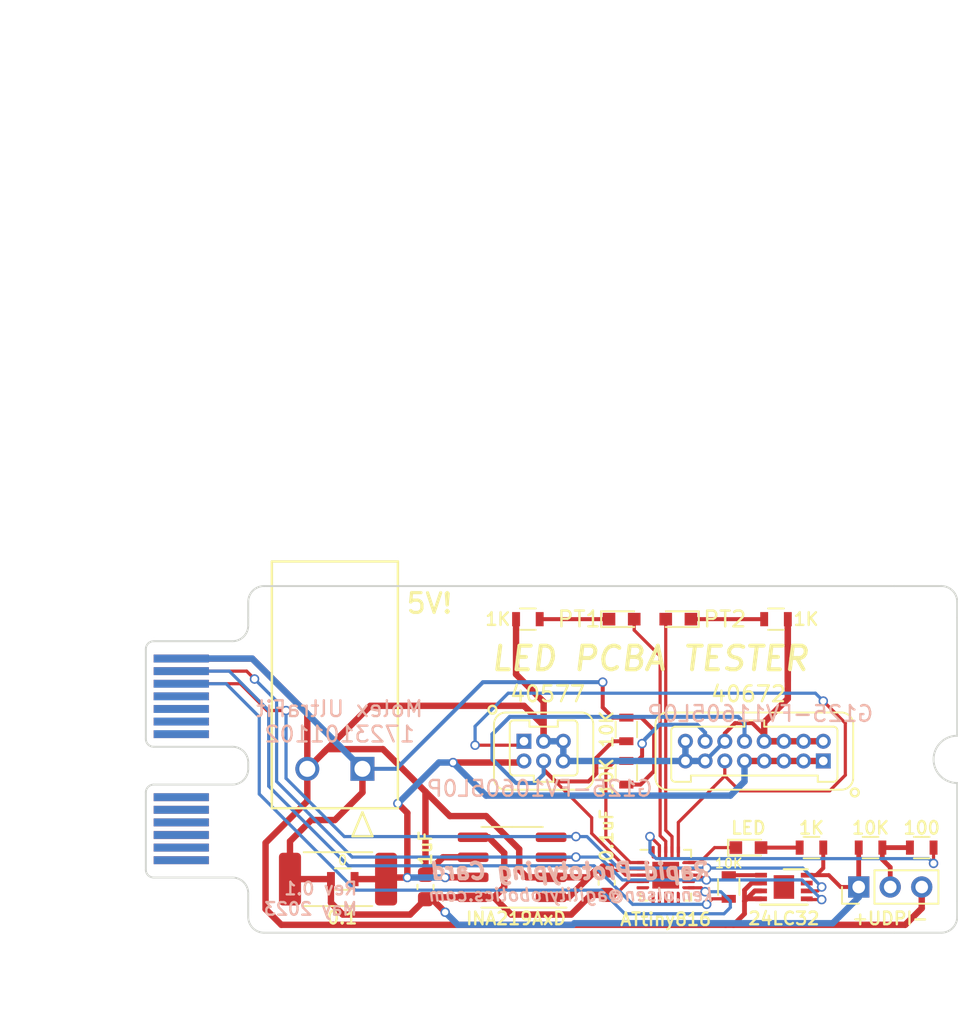
<source format=kicad_pcb>
(kicad_pcb (version 20171130) (host pcbnew "(5.1.12)-1")

  (general
    (thickness 1.6)
    (drawings 7)
    (tracks 303)
    (zones 0)
    (modules 23)
    (nets 49)
  )

  (page A)
  (title_block
    (title "Beetje 32U4 Blok")
    (date 2018-08-10)
    (rev 0.0)
    (company www.MakersBox.us)
    (comment 1 648.ken@gmail.com)
  )

  (layers
    (0 F.Cu signal)
    (31 B.Cu signal)
    (32 B.Adhes user)
    (33 F.Adhes user)
    (34 B.Paste user)
    (35 F.Paste user)
    (36 B.SilkS user)
    (37 F.SilkS user)
    (38 B.Mask user)
    (39 F.Mask user)
    (40 Dwgs.User user)
    (41 Cmts.User user)
    (42 Eco1.User user)
    (43 Eco2.User user)
    (44 Edge.Cuts user)
    (45 Margin user)
    (46 B.CrtYd user)
    (47 F.CrtYd user)
    (48 B.Fab user)
    (49 F.Fab user)
  )

  (setup
    (last_trace_width 0.254)
    (user_trace_width 0.2032)
    (user_trace_width 0.3048)
    (user_trace_width 0.3556)
    (user_trace_width 0.4064)
    (user_trace_width 0.6096)
    (trace_clearance 0.1524)
    (zone_clearance 0.35)
    (zone_45_only no)
    (trace_min 0.2)
    (via_size 0.6)
    (via_drill 0.4)
    (via_min_size 0.4)
    (via_min_drill 0.3)
    (uvia_size 0.3)
    (uvia_drill 0.1)
    (uvias_allowed no)
    (uvia_min_size 0.2)
    (uvia_min_drill 0.1)
    (edge_width 0.15)
    (segment_width 0.2)
    (pcb_text_width 0.3)
    (pcb_text_size 1.5 1.5)
    (mod_edge_width 0.15)
    (mod_text_size 1 1)
    (mod_text_width 0.15)
    (pad_size 0.5 3.500001)
    (pad_drill 0)
    (pad_to_mask_clearance 0)
    (aux_axis_origin 0 0)
    (visible_elements 7FFFFFFF)
    (pcbplotparams
      (layerselection 0x010f0_ffffffff)
      (usegerberextensions true)
      (usegerberattributes true)
      (usegerberadvancedattributes true)
      (creategerberjobfile false)
      (excludeedgelayer true)
      (linewidth 0.100000)
      (plotframeref false)
      (viasonmask false)
      (mode 1)
      (useauxorigin false)
      (hpglpennumber 1)
      (hpglpenspeed 20)
      (hpglpendiameter 15.000000)
      (psnegative false)
      (psa4output false)
      (plotreference true)
      (plotvalue true)
      (plotinvisibletext false)
      (padsonsilk false)
      (subtractmaskfromsilk false)
      (outputformat 1)
      (mirror false)
      (drillshape 0)
      (scaleselection 1)
      (outputdirectory "gerbers/"))
  )

  (net 0 "")
  (net 1 /10)
  (net 2 /04)
  (net 3 /05)
  (net 4 /06)
  (net 5 /07)
  (net 6 /08)
  (net 7 /09)
  (net 8 /11)
  (net 9 /12)
  (net 10 /18)
  (net 11 /19)
  (net 12 /20)
  (net 13 /03)
  (net 14 GND)
  (net 15 +5V)
  (net 16 "Net-(R1-Pad1)")
  (net 17 /A)
  (net 18 /LED1)
  (net 19 "Net-(D1-Pad1)")
  (net 20 "Net-(D2-Pad1)")
  (net 21 /LED2)
  (net 22 /D_IN)
  (net 23 /PT1_P)
  (net 24 /PT2_P)
  (net 25 "Net-(U1-Pad7)")
  (net 26 "Net-(D3-Pad2)")
  (net 27 "Net-(D3-Pad1)")
  (net 28 /VSS)
  (net 29 "Net-(J3-Pad2)")
  (net 30 /UDPI)
  (net 31 "Net-(U3-Pad6)")
  (net 32 "Net-(U3-Pad7)")
  (net 33 /INT)
  (net 34 "Net-(U3-Pad12)")
  (net 35 /01)
  (net 36 /02)
  (net 37 /13)
  (net 38 /14)
  (net 39 /15)
  (net 40 /16)
  (net 41 /17)
  (net 42 "Net-(U3-Pad20)")
  (net 43 "Net-(U3-Pad5)")
  (net 44 /SCL)
  (net 45 /SDA)
  (net 46 "Net-(U3-Pad9)")
  (net 47 "Net-(U3-Pad10)")
  (net 48 "Net-(U3-Pad8)")

  (net_class Default "This is the default net class."
    (clearance 0.1524)
    (trace_width 0.254)
    (via_dia 0.6)
    (via_drill 0.4)
    (uvia_dia 0.3)
    (uvia_drill 0.1)
    (add_net +5V)
    (add_net /01)
    (add_net /02)
    (add_net /03)
    (add_net /04)
    (add_net /05)
    (add_net /06)
    (add_net /07)
    (add_net /08)
    (add_net /09)
    (add_net /10)
    (add_net /11)
    (add_net /12)
    (add_net /13)
    (add_net /14)
    (add_net /15)
    (add_net /16)
    (add_net /17)
    (add_net /18)
    (add_net /19)
    (add_net /20)
    (add_net /A)
    (add_net /D_IN)
    (add_net /INT)
    (add_net /LED1)
    (add_net /LED2)
    (add_net /PT1_P)
    (add_net /PT2_P)
    (add_net /SCL)
    (add_net /SDA)
    (add_net /UDPI)
    (add_net /VSS)
    (add_net GND)
    (add_net "Net-(D1-Pad1)")
    (add_net "Net-(D2-Pad1)")
    (add_net "Net-(D3-Pad1)")
    (add_net "Net-(D3-Pad2)")
    (add_net "Net-(J3-Pad2)")
    (add_net "Net-(R1-Pad1)")
    (add_net "Net-(U1-Pad7)")
    (add_net "Net-(U3-Pad10)")
    (add_net "Net-(U3-Pad12)")
    (add_net "Net-(U3-Pad20)")
    (add_net "Net-(U3-Pad5)")
    (add_net "Net-(U3-Pad6)")
    (add_net "Net-(U3-Pad7)")
    (add_net "Net-(U3-Pad8)")
    (add_net "Net-(U3-Pad9)")
  )

  (module footprints:Ultrafit2P (layer F.Cu) (tedit 6464F1C5) (tstamp 646548D4)
    (at 13.75 -9.5 180)
    (path /647DABE5)
    (fp_text reference J4 (at 4.5 -1.75 180) (layer F.SilkS) hide
      (effects (font (size 1 1) (thickness 0.15)))
    )
    (fp_text value 5V! (at -4.25 10.5 180) (layer F.SilkS)
      (effects (font (size 1.25 1.25) (thickness 0.2)))
    )
    (fp_line (start -2.750007 -0.309999) (end -2.750007 15.31) (layer F.Fab) (width 0.1524))
    (fp_line (start 6.249975 -0.309999) (end -2.750007 -0.309999) (layer F.Fab) (width 0.1524))
    (fp_line (start 6.249975 15.31) (end 6.249975 -0.309999) (layer F.Fab) (width 0.1524))
    (fp_line (start -2.750007 15.31) (end 6.249975 15.31) (layer F.Fab) (width 0.1524))
    (fp_line (start 5.749976 -2.500003) (end -2.250008 -2.500003) (layer F.SilkS) (width 0.1524))
    (fp_line (start 5.749976 13.16) (end 5.749976 -2.500003) (layer F.SilkS) (width 0.1524))
    (fp_line (start -2.250008 13.16) (end 5.749976 13.16) (layer F.SilkS) (width 0.1524))
    (fp_line (start -2.250008 -2.500003) (end -2.250008 13.16) (layer F.SilkS) (width 0.1524))
    (fp_line (start -0.635 -4.278002) (end 0 -2.754003) (layer F.Fab) (width 0.1524))
    (fp_line (start 0.635 -4.278002) (end -0.635 -4.278002) (layer F.Fab) (width 0.1524))
    (fp_line (start 0 -2.754003) (end 0.635 -4.278002) (layer F.Fab) (width 0.1524))
    (fp_line (start -0.635 -4.278002) (end 0 -2.754003) (layer F.SilkS) (width 0.1524))
    (fp_line (start 0.635 -4.278002) (end -0.635 -4.278002) (layer F.SilkS) (width 0.1524))
    (fp_line (start 0 -2.754003) (end 0.635 -4.278002) (layer F.SilkS) (width 0.1524))
    (fp_line (start 7.519975 -3.770002) (end -4.020007 -3.770002) (layer F.CrtYd) (width 0.1524))
    (fp_line (start 7.519975 16.58) (end 7.519975 -3.770002) (layer F.CrtYd) (width 0.1524))
    (fp_line (start -4.020007 16.58) (end 7.519975 16.58) (layer F.CrtYd) (width 0.1524))
    (fp_line (start -4.020007 -3.770002) (end -4.020007 16.58) (layer F.CrtYd) (width 0.1524))
    (fp_text user "Copyright 2016 Accelerated Designs. All rights reserved." (at 0 0 180) (layer Cmts.User)
      (effects (font (size 0.127 0.127) (thickness 0.002)))
    )
    (fp_text user 1723101102 (at 1.749984 -15.36 180) (layer F.Fab)
      (effects (font (size 1 1) (thickness 0.15)))
    )
    (fp_text user ULTRAFIT_RA_HEADER,_SINGLE_ROW_-2_CKT (at 1.749984 -12.82 180) (layer F.Fab)
      (effects (font (size 1 1) (thickness 0.15)))
    )
    (fp_text user 1723101102 (at 1.749984 -15.36 180) (layer F.SilkS) hide
      (effects (font (size 1 1) (thickness 0.15)))
    )
    (fp_text user ULTRAFIT_RA_HEADER,_SINGLE_ROW_-2_CKT (at 1.749984 -12.82 180) (layer F.SilkS) hide
      (effects (font (size 1 1) (thickness 0.15)))
    )
    (fp_text user NOTE: (at 0 22.55 180) (layer Cmts.User)
      (effects (font (size 1 1) (thickness 0.15)))
    )
    (fp_text user MAXIMUM_PACKAGE_HEIGHT:_8.96_MM (at 0 26.36 180) (layer Cmts.User)
      (effects (font (size 1 1) (thickness 0.15)))
    )
    (fp_text user RECOMMENDED_PCB_THICKNESS:_1.60_-_2.40_MM (at 0 28.9 180) (layer Cmts.User)
      (effects (font (size 1 1) (thickness 0.15)))
    )
    (fp_text user 172310-X1-0X_=_TIN_PLATING (at 0 32.71 180) (layer Cmts.User)
      (effects (font (size 1 1) (thickness 0.15)))
    )
    (fp_text user 172310-X2-0X_=_15_MICROINCH_GOLD_PLATING (at 0 35.25 180) (layer Cmts.User)
      (effects (font (size 1 1) (thickness 0.15)))
    )
    (fp_text user 172310-X3-0X_=_30_MICROINCH_GOLD_PLATING (at 0 37.79 180) (layer Cmts.User)
      (effects (font (size 1 1) (thickness 0.15)))
    )
    (fp_text user "172310-1X-0X:_COLOUR_-_BLACK,_KEY_OPTION_-_KEY A" (at 0 41.6 180) (layer Cmts.User)
      (effects (font (size 1 1) (thickness 0.15)))
    )
    (fp_text user "172310-2X-0X:_COLOUR_-_NATURAL,_KEY_OPTION_-_KEY B" (at 0 44.14 180) (layer Cmts.User)
      (effects (font (size 1 1) (thickness 0.15)))
    )
    (fp_text user 0X_=_NO._OF_CIRCUIT (at 0 47.95 180) (layer Cmts.User)
      (effects (font (size 1 1) (thickness 0.15)))
    )
    (pad 1 thru_hole rect (at 0 0 180) (size 1.52 1.52) (drill 1.016) (layers *.Cu *.Mask)
      (net 15 +5V))
    (pad 2 thru_hole circle (at 3.500001 0 180) (size 1.52 1.52) (drill 1.016) (layers *.Cu *.Mask)
      (net 14 GND))
    (pad "" np_thru_hole circle (at 1.75 7.91 180) (size 3.048 3.048) (drill 3.048) (layers *.Cu *.Mask))
  )

  (module footprints:R_0603 (layer F.Cu) (tedit 636E7A48) (tstamp 64656E08)
    (at 37 -2 270)
    (descr "Resistor SMD 0603, reflow soldering, Vishay (see dcrcw.pdf)")
    (tags "resistor 0603")
    (path /63EABA42)
    (attr smd)
    (fp_text reference R1 (at 3 0.25) (layer F.Fab)
      (effects (font (size 0.8 0.8) (thickness 0.15)))
    )
    (fp_text value 10K (at -1.5 0 180) (layer F.SilkS)
      (effects (font (size 0.6 0.6) (thickness 0.1)))
    )
    (fp_line (start -0.8 0.4) (end -0.8 -0.4) (layer F.Fab) (width 0.1))
    (fp_line (start 0.8 0.4) (end -0.8 0.4) (layer F.Fab) (width 0.1))
    (fp_line (start 0.8 -0.4) (end 0.8 0.4) (layer F.Fab) (width 0.1))
    (fp_line (start -0.8 -0.4) (end 0.8 -0.4) (layer F.Fab) (width 0.1))
    (fp_line (start 0.5 0.68) (end -0.5 0.68) (layer F.SilkS) (width 0.12))
    (fp_line (start -0.5 -0.68) (end 0.5 -0.68) (layer F.SilkS) (width 0.12))
    (fp_line (start -1.25 -0.7) (end 1.25 -0.7) (layer F.CrtYd) (width 0.05))
    (fp_line (start -1.25 -0.7) (end -1.25 0.7) (layer F.CrtYd) (width 0.05))
    (fp_line (start 1.25 0.7) (end 1.25 -0.7) (layer F.CrtYd) (width 0.05))
    (fp_line (start 1.25 0.7) (end -1.25 0.7) (layer F.CrtYd) (width 0.05))
    (fp_text user %R (at 0 0 270) (layer F.Fab)
      (effects (font (size 0.4 0.4) (thickness 0.075)))
    )
    (pad 1 smd rect (at -0.75 0 270) (size 0.5 0.9) (layers F.Cu F.Paste F.Mask)
      (net 16 "Net-(R1-Pad1)"))
    (pad 2 smd rect (at 0.75 0 270) (size 0.5 0.9) (layers F.Cu F.Paste F.Mask)
      (net 17 /A))
    (model ${KISYS3DMOD}/Resistors_SMD.3dshapes/R_0603.wrl
      (at (xyz 0 0 0))
      (scale (xyz 1 1 1))
      (rotate (xyz 0 0 0))
    )
  )

  (module footprints:LED_0603 (layer F.Cu) (tedit 636E7B24) (tstamp 637CF841)
    (at 30.2 -19)
    (descr "LED 0603 smd package")
    (tags "LED led 0603 SMD smd SMT smt smdled SMDLED smtled SMTLED")
    (path /638181D0)
    (attr smd)
    (fp_text reference D1 (at 2.032 0) (layer F.SilkS) hide
      (effects (font (size 1 1) (thickness 0.15)))
    )
    (fp_text value PT1 (at -2.7 0 unlocked) (layer F.SilkS)
      (effects (font (size 1 1) (thickness 0.15)))
    )
    (fp_line (start -1.3 -0.5) (end -1.3 0.5) (layer F.SilkS) (width 0.12))
    (fp_line (start -0.2 -0.2) (end -0.2 0.2) (layer F.Fab) (width 0.1))
    (fp_line (start -0.15 0) (end 0.15 -0.2) (layer F.Fab) (width 0.1))
    (fp_line (start 0.15 0.2) (end -0.15 0) (layer F.Fab) (width 0.1))
    (fp_line (start 0.15 -0.2) (end 0.15 0.2) (layer F.Fab) (width 0.1))
    (fp_line (start 0.8 0.4) (end -0.8 0.4) (layer F.Fab) (width 0.1))
    (fp_line (start 0.8 -0.4) (end 0.8 0.4) (layer F.Fab) (width 0.1))
    (fp_line (start -0.8 -0.4) (end 0.8 -0.4) (layer F.Fab) (width 0.1))
    (fp_line (start -0.8 0.4) (end -0.8 -0.4) (layer F.Fab) (width 0.1))
    (fp_line (start -1.3 0.5) (end 0.8 0.5) (layer F.SilkS) (width 0.12))
    (fp_line (start -1.3 -0.5) (end 0.8 -0.5) (layer F.SilkS) (width 0.12))
    (fp_line (start 1.45 -0.65) (end 1.45 0.65) (layer F.CrtYd) (width 0.05))
    (fp_line (start 1.45 0.65) (end -1.45 0.65) (layer F.CrtYd) (width 0.05))
    (fp_line (start -1.45 0.65) (end -1.45 -0.65) (layer F.CrtYd) (width 0.05))
    (fp_line (start -1.45 -0.65) (end 1.45 -0.65) (layer F.CrtYd) (width 0.05))
    (pad 2 smd rect (at 0.8 0 180) (size 0.8 0.8) (layers F.Cu F.Paste F.Mask)
      (net 18 /LED1))
    (pad 1 smd rect (at -0.8 0 180) (size 0.8 0.8) (layers F.Cu F.Paste F.Mask)
      (net 19 "Net-(D1-Pad1)"))
    (model ${KISYS3DMOD}/LEDs.3dshapes/LED_0603.wrl
      (at (xyz 0 0 0))
      (scale (xyz 1 1 1))
      (rotate (xyz 0 0 180))
    )
  )

  (module footprints:LED_0603 (layer F.Cu) (tedit 636E7B24) (tstamp 637CFF8B)
    (at 33.8 -19 180)
    (descr "LED 0603 smd package")
    (tags "LED led 0603 SMD smd SMT smt smdled SMDLED smtled SMTLED")
    (path /63818A61)
    (attr smd)
    (fp_text reference D2 (at 2.032 0) (layer F.SilkS) hide
      (effects (font (size 1 1) (thickness 0.15)))
    )
    (fp_text value PT2 (at -2.95 0 unlocked) (layer F.SilkS)
      (effects (font (size 1 1) (thickness 0.15)))
    )
    (fp_line (start -1.45 -0.65) (end 1.45 -0.65) (layer F.CrtYd) (width 0.05))
    (fp_line (start -1.45 0.65) (end -1.45 -0.65) (layer F.CrtYd) (width 0.05))
    (fp_line (start 1.45 0.65) (end -1.45 0.65) (layer F.CrtYd) (width 0.05))
    (fp_line (start 1.45 -0.65) (end 1.45 0.65) (layer F.CrtYd) (width 0.05))
    (fp_line (start -1.3 -0.5) (end 0.8 -0.5) (layer F.SilkS) (width 0.12))
    (fp_line (start -1.3 0.5) (end 0.8 0.5) (layer F.SilkS) (width 0.12))
    (fp_line (start -0.8 0.4) (end -0.8 -0.4) (layer F.Fab) (width 0.1))
    (fp_line (start -0.8 -0.4) (end 0.8 -0.4) (layer F.Fab) (width 0.1))
    (fp_line (start 0.8 -0.4) (end 0.8 0.4) (layer F.Fab) (width 0.1))
    (fp_line (start 0.8 0.4) (end -0.8 0.4) (layer F.Fab) (width 0.1))
    (fp_line (start 0.15 -0.2) (end 0.15 0.2) (layer F.Fab) (width 0.1))
    (fp_line (start 0.15 0.2) (end -0.15 0) (layer F.Fab) (width 0.1))
    (fp_line (start -0.15 0) (end 0.15 -0.2) (layer F.Fab) (width 0.1))
    (fp_line (start -0.2 -0.2) (end -0.2 0.2) (layer F.Fab) (width 0.1))
    (fp_line (start -1.3 -0.5) (end -1.3 0.5) (layer F.SilkS) (width 0.12))
    (pad 1 smd rect (at -0.8 0) (size 0.8 0.8) (layers F.Cu F.Paste F.Mask)
      (net 20 "Net-(D2-Pad1)"))
    (pad 2 smd rect (at 0.8 0) (size 0.8 0.8) (layers F.Cu F.Paste F.Mask)
      (net 21 /LED2))
    (model ${KISYS3DMOD}/LEDs.3dshapes/LED_0603.wrl
      (at (xyz 0 0 0))
      (scale (xyz 1 1 1))
      (rotate (xyz 0 0 180))
    )
  )

  (module footprints:Harwin_Gecko-G125-FVX1605L0X_2x08_P1.25mm_Vertical (layer F.Cu) (tedit 63781711) (tstamp 6462BE9F)
    (at 43 -10 180)
    (descr "Harwin Gecko Connector, 16 pins, dual row female, vertical entry, PN:G125-FVX1605L0X")
    (tags "connector harwin gecko")
    (path /637E73C7)
    (fp_text reference J1 (at 4.375 -3 180) (layer F.SilkS) hide
      (effects (font (size 1 1) (thickness 0.15)))
    )
    (fp_text value 40672 (at 4.75 4.25 180) (layer F.SilkS)
      (effects (font (size 1 1) (thickness 0.15)))
    )
    (fp_circle (center -2 -2) (end -1.75 -2) (layer F.SilkS) (width 0.15))
    (fp_line (start -1.15 -1.825) (end 9.9 -1.825) (layer F.SilkS) (width 0.12))
    (fp_line (start -1.15 3.075) (end 9.9 3.075) (layer F.SilkS) (width 0.12))
    (fp_line (start -1.9 -1.075) (end -1.9 2.325) (layer F.SilkS) (width 0.12))
    (fp_line (start 10.65 -1.075) (end 10.65 2.325) (layer F.SilkS) (width 0.12))
    (fp_line (start -0.65 -1.325) (end 0.35 -1.325) (layer F.SilkS) (width 0.12))
    (fp_line (start 0.35 -1.325) (end 0.35 -0.925) (layer F.SilkS) (width 0.12))
    (fp_line (start 0.35 -0.925) (end 8.4 -0.925) (layer F.SilkS) (width 0.12))
    (fp_line (start 8.4 -0.925) (end 8.4 -1.325) (layer F.SilkS) (width 0.12))
    (fp_line (start 8.4 -1.325) (end 9.4 -1.325) (layer F.SilkS) (width 0.12))
    (fp_line (start -0.9 -1.075) (end -0.9 1.925) (layer F.SilkS) (width 0.12))
    (fp_line (start 9.65 -1.075) (end 9.65 1.925) (layer F.SilkS) (width 0.12))
    (fp_line (start -0.65 2.175) (end 3.75 2.175) (layer F.SilkS) (width 0.12))
    (fp_line (start 3.75 2.175) (end 3.75 2.575) (layer F.SilkS) (width 0.12))
    (fp_line (start 3.75 2.575) (end 5 2.575) (layer F.SilkS) (width 0.12))
    (fp_line (start 5 2.575) (end 5 2.175) (layer F.SilkS) (width 0.12))
    (fp_line (start 5 2.175) (end 9.4 2.175) (layer F.SilkS) (width 0.12))
    (fp_line (start -1.15 -1.825) (end 9.9 -1.825) (layer F.Fab) (width 0.1))
    (fp_line (start -1.15 3.075) (end 9.9 3.075) (layer F.Fab) (width 0.1))
    (fp_line (start -1.9 -1.075) (end -1.9 2.325) (layer F.Fab) (width 0.1))
    (fp_line (start 10.65 -1.075) (end 10.65 2.325) (layer F.Fab) (width 0.1))
    (fp_line (start -0.65 -1.325) (end 0.35 -1.325) (layer F.Fab) (width 0.1))
    (fp_line (start 0.35 -1.325) (end 0.35 -0.925) (layer F.Fab) (width 0.1))
    (fp_line (start 0.35 -0.925) (end 8.4 -0.925) (layer F.Fab) (width 0.1))
    (fp_line (start 8.4 -0.925) (end 8.4 -1.325) (layer F.Fab) (width 0.1))
    (fp_line (start 8.4 -1.325) (end 9.4 -1.325) (layer F.Fab) (width 0.1))
    (fp_line (start -0.9 -1.075) (end -0.9 1.925) (layer F.Fab) (width 0.1))
    (fp_line (start 9.65 -1.075) (end 9.65 1.925) (layer F.Fab) (width 0.1))
    (fp_line (start -0.65 2.175) (end 3.75 2.175) (layer F.Fab) (width 0.1))
    (fp_line (start 3.75 2.175) (end 3.75 2.575) (layer F.Fab) (width 0.1))
    (fp_line (start 3.75 2.575) (end 5 2.575) (layer F.Fab) (width 0.1))
    (fp_line (start 5 2.575) (end 5 2.175) (layer F.Fab) (width 0.1))
    (fp_line (start 5 2.175) (end 9.4 2.175) (layer F.Fab) (width 0.1))
    (fp_line (start -2.4 -2.33) (end -2.4 3.58) (layer F.CrtYd) (width 0.05))
    (fp_line (start -2.4 3.58) (end 11.15 3.58) (layer F.CrtYd) (width 0.05))
    (fp_line (start 11.15 3.58) (end 11.15 -2.33) (layer F.CrtYd) (width 0.05))
    (fp_line (start 11.15 -2.33) (end -2.4 -2.33) (layer F.CrtYd) (width 0.05))
    (fp_line (start 0 0) (end -0.3 -0.6) (layer F.Fab) (width 0.1))
    (fp_line (start -0.3 -0.6) (end 0.3 -0.6) (layer F.Fab) (width 0.1))
    (fp_line (start 0.3 -0.6) (end 0 0) (layer F.Fab) (width 0.1))
    (fp_arc (start -1.15 -1.075) (end -1.9 -1.075) (angle 90) (layer F.SilkS) (width 0.12))
    (fp_arc (start 9.9 -1.075) (end 9.9 -1.825) (angle 90) (layer F.SilkS) (width 0.12))
    (fp_arc (start 9.9 2.325) (end 10.65 2.325) (angle 90) (layer F.SilkS) (width 0.12))
    (fp_arc (start -1.15 2.325) (end -1.15 3.075) (angle 90) (layer F.SilkS) (width 0.12))
    (fp_arc (start -0.65 -1.075) (end -0.9 -1.075) (angle 90) (layer F.SilkS) (width 0.12))
    (fp_arc (start 9.4 -1.075) (end 9.4 -1.325) (angle 90) (layer F.SilkS) (width 0.12))
    (fp_arc (start 9.4 1.925) (end 9.65 1.925) (angle 90) (layer F.SilkS) (width 0.12))
    (fp_arc (start -0.65 1.925) (end -0.65 2.175) (angle 90) (layer F.SilkS) (width 0.12))
    (fp_arc (start -1.15 -1.075) (end -1.9 -1.075) (angle 90) (layer F.Fab) (width 0.1))
    (fp_arc (start 9.9 -1.075) (end 9.9 -1.825) (angle 90) (layer F.Fab) (width 0.1))
    (fp_arc (start 9.9 2.325) (end 10.65 2.325) (angle 90) (layer F.Fab) (width 0.1))
    (fp_arc (start -1.15 2.325) (end -1.15 3.075) (angle 90) (layer F.Fab) (width 0.1))
    (fp_arc (start -0.65 -1.075) (end -0.9 -1.075) (angle 90) (layer F.Fab) (width 0.1))
    (fp_arc (start 9.4 -1.075) (end 9.4 -1.325) (angle 90) (layer F.Fab) (width 0.1))
    (fp_arc (start 9.4 1.925) (end 9.65 1.925) (angle 90) (layer F.Fab) (width 0.1))
    (fp_arc (start -0.65 1.925) (end -0.65 2.175) (angle 90) (layer F.Fab) (width 0.1))
    (fp_text user %R (at 4.375 0 180) (layer F.Fab)
      (effects (font (size 1 1) (thickness 0.15)))
    )
    (fp_text user G125-FV11605L0P (at 4 3) (layer B.SilkS)
      (effects (font (size 1 1) (thickness 0.15)) (justify mirror))
    )
    (pad 1 thru_hole rect (at 0 0 180) (size 0.95 0.95) (drill 0.55) (layers *.Cu *.Mask)
      (net 28 /VSS))
    (pad 2 thru_hole circle (at 1.25 0 180) (size 0.95 0.95) (drill 0.55) (layers *.Cu *.Mask)
      (net 28 /VSS))
    (pad 3 thru_hole circle (at 2.5 0 180) (size 0.95 0.95) (drill 0.55) (layers *.Cu *.Mask)
      (net 28 /VSS))
    (pad 4 thru_hole circle (at 3.75 0 180) (size 0.95 0.95) (drill 0.55) (layers *.Cu *.Mask)
      (net 28 /VSS))
    (pad 5 thru_hole circle (at 5 0 180) (size 0.95 0.95) (drill 0.55) (layers *.Cu *.Mask)
      (net 28 /VSS))
    (pad 6 thru_hole circle (at 6.25 0 180) (size 0.95 0.95) (drill 0.55) (layers *.Cu *.Mask)
      (net 22 /D_IN))
    (pad 7 thru_hole circle (at 7.5 0 180) (size 0.95 0.95) (drill 0.55) (layers *.Cu *.Mask)
      (net 14 GND))
    (pad 8 thru_hole circle (at 8.75 0 180) (size 0.95 0.95) (drill 0.55) (layers *.Cu *.Mask)
      (net 14 GND))
    (pad 9 thru_hole circle (at 0 1.25 180) (size 0.95 0.95) (drill 0.55) (layers *.Cu *.Mask)
      (net 14 GND))
    (pad 10 thru_hole circle (at 1.25 1.25 180) (size 0.95 0.95) (drill 0.55) (layers *.Cu *.Mask)
      (net 14 GND))
    (pad 11 thru_hole circle (at 2.5 1.25 180) (size 0.95 0.95) (drill 0.55) (layers *.Cu *.Mask)
      (net 14 GND))
    (pad 12 thru_hole circle (at 3.75 1.25 180) (size 0.95 0.95) (drill 0.55) (layers *.Cu *.Mask)
      (net 14 GND))
    (pad 13 thru_hole circle (at 5 1.25 180) (size 0.95 0.95) (drill 0.55) (layers *.Cu *.Mask)
      (net 23 /PT1_P))
    (pad 14 thru_hole circle (at 6.25 1.25 180) (size 0.95 0.95) (drill 0.55) (layers *.Cu *.Mask)
      (net 14 GND))
    (pad 15 thru_hole circle (at 7.5 1.25 180) (size 0.95 0.95) (drill 0.55) (layers *.Cu *.Mask)
      (net 24 /PT2_P))
    (pad 16 thru_hole circle (at 8.75 1.25 180) (size 0.95 0.95) (drill 0.55) (layers *.Cu *.Mask)
      (net 14 GND))
    (model ${KIPRJMOD}/3D/G125-FV11605L0P.stp
      (offset (xyz 4.5 -0.5 2))
      (scale (xyz 1 1 1))
      (rotate (xyz 0 0 0))
    )
  )

  (module footprints:Harwin_Gecko-G125-FVX0605L0X_2x03_P1.25mm_Vertical (layer F.Cu) (tedit 6378182F) (tstamp 637CFC63)
    (at 24 -11.25)
    (descr "Harwin Gecko Connector, 6 pins, dual row female, vertical entry, PN:G125-FVX0605L0X")
    (tags "connector harwin gecko")
    (path /637E8F0C)
    (fp_text reference J2 (at 1.25 4.3) (layer F.SilkS) hide
      (effects (font (size 1 1) (thickness 0.15)))
    )
    (fp_text value 40577 (at 1.5 -3) (layer F.SilkS)
      (effects (font (size 1 1) (thickness 0.15)))
    )
    (fp_circle (center -2 -2) (end -1.75 -2) (layer F.SilkS) (width 0.15))
    (fp_line (start -1.15 -1.825) (end 3.65 -1.825) (layer F.SilkS) (width 0.12))
    (fp_line (start -1.15 3.075) (end 3.65 3.075) (layer F.SilkS) (width 0.12))
    (fp_line (start -1.9 -1.075) (end -1.9 2.325) (layer F.SilkS) (width 0.12))
    (fp_line (start 4.4 -1.075) (end 4.4 2.325) (layer F.SilkS) (width 0.12))
    (fp_line (start -0.65 -1.325) (end 0.35 -1.325) (layer F.SilkS) (width 0.12))
    (fp_line (start 0.35 -1.325) (end 0.35 -0.925) (layer F.SilkS) (width 0.12))
    (fp_line (start 0.35 -0.925) (end 2.15 -0.925) (layer F.SilkS) (width 0.12))
    (fp_line (start 2.15 -0.925) (end 2.15 -1.325) (layer F.SilkS) (width 0.12))
    (fp_line (start 2.15 -1.325) (end 3.15 -1.325) (layer F.SilkS) (width 0.12))
    (fp_line (start -0.9 -1.075) (end -0.9 1.925) (layer F.SilkS) (width 0.12))
    (fp_line (start 3.4 -1.075) (end 3.4 1.925) (layer F.SilkS) (width 0.12))
    (fp_line (start -0.65 2.175) (end 0.625 2.175) (layer F.SilkS) (width 0.12))
    (fp_line (start 0.625 2.175) (end 0.625 2.575) (layer F.SilkS) (width 0.12))
    (fp_line (start 0.625 2.575) (end 1.875 2.575) (layer F.SilkS) (width 0.12))
    (fp_line (start 1.875 2.575) (end 1.875 2.175) (layer F.SilkS) (width 0.12))
    (fp_line (start 1.875 2.175) (end 3.15 2.175) (layer F.SilkS) (width 0.12))
    (fp_line (start -1.15 -1.825) (end 3.65 -1.825) (layer F.Fab) (width 0.1))
    (fp_line (start -1.15 3.075) (end 3.65 3.075) (layer F.Fab) (width 0.1))
    (fp_line (start -1.9 -1.075) (end -1.9 2.325) (layer F.Fab) (width 0.1))
    (fp_line (start 4.4 -1.075) (end 4.4 2.325) (layer F.Fab) (width 0.1))
    (fp_line (start -0.65 -1.325) (end 0.35 -1.325) (layer F.Fab) (width 0.1))
    (fp_line (start 0.35 -1.325) (end 0.35 -0.925) (layer F.Fab) (width 0.1))
    (fp_line (start 0.35 -0.925) (end 2.15 -0.925) (layer F.Fab) (width 0.1))
    (fp_line (start 2.15 -0.925) (end 2.15 -1.325) (layer F.Fab) (width 0.1))
    (fp_line (start 2.15 -1.325) (end 3.15 -1.325) (layer F.Fab) (width 0.1))
    (fp_line (start -0.9 -1.075) (end -0.9 1.925) (layer F.Fab) (width 0.1))
    (fp_line (start 3.4 -1.075) (end 3.4 1.925) (layer F.Fab) (width 0.1))
    (fp_line (start -0.65 2.175) (end 0.625 2.175) (layer F.Fab) (width 0.1))
    (fp_line (start 0.625 2.175) (end 0.625 2.575) (layer F.Fab) (width 0.1))
    (fp_line (start 0.625 2.575) (end 1.875 2.575) (layer F.Fab) (width 0.1))
    (fp_line (start 1.875 2.575) (end 1.875 2.175) (layer F.Fab) (width 0.1))
    (fp_line (start 1.875 2.175) (end 3.15 2.175) (layer F.Fab) (width 0.1))
    (fp_line (start -2.4 -2.33) (end -2.4 3.58) (layer F.CrtYd) (width 0.05))
    (fp_line (start -2.4 3.58) (end 4.9 3.58) (layer F.CrtYd) (width 0.05))
    (fp_line (start 4.9 3.58) (end 4.9 -2.33) (layer F.CrtYd) (width 0.05))
    (fp_line (start 4.9 -2.33) (end -2.4 -2.33) (layer F.CrtYd) (width 0.05))
    (fp_line (start 0 0) (end -0.3 -0.6) (layer F.Fab) (width 0.1))
    (fp_line (start -0.3 -0.6) (end 0.3 -0.6) (layer F.Fab) (width 0.1))
    (fp_line (start 0.3 -0.6) (end 0 0) (layer F.Fab) (width 0.1))
    (fp_arc (start -1.15 -1.075) (end -1.9 -1.075) (angle 90) (layer F.SilkS) (width 0.12))
    (fp_arc (start 3.65 -1.075) (end 3.65 -1.825) (angle 90) (layer F.SilkS) (width 0.12))
    (fp_arc (start 3.65 2.325) (end 4.4 2.325) (angle 90) (layer F.SilkS) (width 0.12))
    (fp_arc (start -1.15 2.325) (end -1.15 3.075) (angle 90) (layer F.SilkS) (width 0.12))
    (fp_arc (start -0.65 -1.075) (end -0.9 -1.075) (angle 90) (layer F.SilkS) (width 0.12))
    (fp_arc (start 3.15 -1.075) (end 3.15 -1.325) (angle 90) (layer F.SilkS) (width 0.12))
    (fp_arc (start 3.15 1.925) (end 3.4 1.925) (angle 90) (layer F.SilkS) (width 0.12))
    (fp_arc (start -0.65 1.925) (end -0.65 2.175) (angle 90) (layer F.SilkS) (width 0.12))
    (fp_arc (start -1.15 -1.075) (end -1.9 -1.075) (angle 90) (layer F.Fab) (width 0.1))
    (fp_arc (start 3.65 -1.075) (end 3.65 -1.825) (angle 90) (layer F.Fab) (width 0.1))
    (fp_arc (start 3.65 2.325) (end 4.4 2.325) (angle 90) (layer F.Fab) (width 0.1))
    (fp_arc (start -1.15 2.325) (end -1.15 3.075) (angle 90) (layer F.Fab) (width 0.1))
    (fp_arc (start -0.65 -1.075) (end -0.9 -1.075) (angle 90) (layer F.Fab) (width 0.1))
    (fp_arc (start 3.15 -1.075) (end 3.15 -1.325) (angle 90) (layer F.Fab) (width 0.1))
    (fp_arc (start 3.15 1.925) (end 3.4 1.925) (angle 90) (layer F.Fab) (width 0.1))
    (fp_arc (start -0.65 1.925) (end -0.65 2.175) (angle 90) (layer F.Fab) (width 0.1))
    (fp_text user %R (at 1.25 0) (layer F.Fab)
      (effects (font (size 1 1) (thickness 0.15)))
    )
    (fp_text user G125-FV10605L0P (at 1 3) (layer B.SilkS)
      (effects (font (size 1 1) (thickness 0.15)) (justify mirror))
    )
    (pad 1 thru_hole rect (at 0 0) (size 0.95 0.95) (drill 0.55) (layers *.Cu *.Mask)
      (net 22 /D_IN))
    (pad 2 thru_hole circle (at 1.25 0) (size 0.95 0.95) (drill 0.55) (layers *.Cu *.Mask)
      (net 14 GND))
    (pad 3 thru_hole circle (at 2.5 0) (size 0.95 0.95) (drill 0.55) (layers *.Cu *.Mask)
      (net 14 GND))
    (pad 4 thru_hole circle (at 0 1.25) (size 0.95 0.95) (drill 0.55) (layers *.Cu *.Mask)
      (net 28 /VSS))
    (pad 5 thru_hole circle (at 1.25 1.25) (size 0.95 0.95) (drill 0.55) (layers *.Cu *.Mask)
      (net 23 /PT1_P))
    (pad 6 thru_hole circle (at 2.5 1.25) (size 0.95 0.95) (drill 0.55) (layers *.Cu *.Mask)
      (net 14 GND))
    (model ${KIPRJMOD}/3D/G125-FV10605L0P.stp
      (offset (xyz 1 -0.5 2.5))
      (scale (xyz 1 1 1))
      (rotate (xyz 0 0 0))
    )
  )

  (module footprints:R_0603 (layer F.Cu) (tedit 636E7A48) (tstamp 637CF8F9)
    (at 24.25 -19)
    (descr "Resistor SMD 0603, reflow soldering, Vishay (see dcrcw.pdf)")
    (tags "resistor 0603")
    (path /6381932A)
    (attr smd)
    (fp_text reference R2 (at 1.905 0 180) (layer Dwgs.User)
      (effects (font (size 1 1) (thickness 0.15)))
    )
    (fp_text value 1K (at -1.905 0 180) (layer F.SilkS)
      (effects (font (size 0.8 0.8) (thickness 0.15)))
    )
    (fp_line (start -0.8 0.4) (end -0.8 -0.4) (layer F.Fab) (width 0.1))
    (fp_line (start 0.8 0.4) (end -0.8 0.4) (layer F.Fab) (width 0.1))
    (fp_line (start 0.8 -0.4) (end 0.8 0.4) (layer F.Fab) (width 0.1))
    (fp_line (start -0.8 -0.4) (end 0.8 -0.4) (layer F.Fab) (width 0.1))
    (fp_line (start 0.5 0.68) (end -0.5 0.68) (layer F.SilkS) (width 0.12))
    (fp_line (start -0.5 -0.68) (end 0.5 -0.68) (layer F.SilkS) (width 0.12))
    (fp_line (start -1.25 -0.7) (end 1.25 -0.7) (layer F.CrtYd) (width 0.05))
    (fp_line (start -1.25 -0.7) (end -1.25 0.7) (layer F.CrtYd) (width 0.05))
    (fp_line (start 1.25 0.7) (end 1.25 -0.7) (layer F.CrtYd) (width 0.05))
    (fp_line (start 1.25 0.7) (end -1.25 0.7) (layer F.CrtYd) (width 0.05))
    (fp_text user %R (at 0 0 180) (layer F.Fab)
      (effects (font (size 0.4 0.4) (thickness 0.075)))
    )
    (pad 1 smd rect (at -0.75 0) (size 0.5 0.9) (layers F.Cu F.Paste F.Mask)
      (net 14 GND))
    (pad 2 smd rect (at 0.75 0) (size 0.5 0.9) (layers F.Cu F.Paste F.Mask)
      (net 19 "Net-(D1-Pad1)"))
    (model ${KISYS3DMOD}/Resistors_SMD.3dshapes/R_0603.wrl
      (at (xyz 0 0 0))
      (scale (xyz 1 1 1))
      (rotate (xyz 0 0 0))
    )
  )

  (module footprints:R_0603 (layer F.Cu) (tedit 636E7A48) (tstamp 64629B52)
    (at 40 -19 180)
    (descr "Resistor SMD 0603, reflow soldering, Vishay (see dcrcw.pdf)")
    (tags "resistor 0603")
    (path /638199E5)
    (attr smd)
    (fp_text reference R3 (at 1.905 0 180) (layer Dwgs.User)
      (effects (font (size 1 1) (thickness 0.15)))
    )
    (fp_text value 1K (at -1.905 0 180) (layer F.SilkS)
      (effects (font (size 0.8 0.8) (thickness 0.15)))
    )
    (fp_line (start 1.25 0.7) (end -1.25 0.7) (layer F.CrtYd) (width 0.05))
    (fp_line (start 1.25 0.7) (end 1.25 -0.7) (layer F.CrtYd) (width 0.05))
    (fp_line (start -1.25 -0.7) (end -1.25 0.7) (layer F.CrtYd) (width 0.05))
    (fp_line (start -1.25 -0.7) (end 1.25 -0.7) (layer F.CrtYd) (width 0.05))
    (fp_line (start -0.5 -0.68) (end 0.5 -0.68) (layer F.SilkS) (width 0.12))
    (fp_line (start 0.5 0.68) (end -0.5 0.68) (layer F.SilkS) (width 0.12))
    (fp_line (start -0.8 -0.4) (end 0.8 -0.4) (layer F.Fab) (width 0.1))
    (fp_line (start 0.8 -0.4) (end 0.8 0.4) (layer F.Fab) (width 0.1))
    (fp_line (start 0.8 0.4) (end -0.8 0.4) (layer F.Fab) (width 0.1))
    (fp_line (start -0.8 0.4) (end -0.8 -0.4) (layer F.Fab) (width 0.1))
    (fp_text user %R (at 0 0 180) (layer F.Fab)
      (effects (font (size 0.4 0.4) (thickness 0.075)))
    )
    (pad 2 smd rect (at 0.75 0 180) (size 0.5 0.9) (layers F.Cu F.Paste F.Mask)
      (net 20 "Net-(D2-Pad1)"))
    (pad 1 smd rect (at -0.75 0 180) (size 0.5 0.9) (layers F.Cu F.Paste F.Mask)
      (net 14 GND))
    (model ${KISYS3DMOD}/Resistors_SMD.3dshapes/R_0603.wrl
      (at (xyz 0 0 0))
      (scale (xyz 1 1 1))
      (rotate (xyz 0 0 0))
    )
  )

  (module footprints:DFN-8-1EP_3x2mm (layer F.Cu) (tedit 638826C0) (tstamp 646588B4)
    (at 40.5 -2)
    (descr "8-Lead Plastic Dual Flat, No Lead Package (8MA2) - 2x3x0.6 mm Body [UDFN] (see Atmel-8815-SEEPROM-AT24CS01-02-Datasheet.pdf)")
    (tags "DFN 0.5")
    (path /63E7C52F)
    (attr smd)
    (fp_text reference U1 (at 0 -2.55 180) (layer F.SilkS) hide
      (effects (font (size 1 1) (thickness 0.15)))
    )
    (fp_text value 24LC32 (at 0 2 180) (layer F.SilkS)
      (effects (font (size 0.8 0.8) (thickness 0.15)))
    )
    (fp_line (start -0.5 -1) (end 1.5 -1) (layer F.Fab) (width 0.15))
    (fp_line (start 1.5 -1) (end 1.5 1) (layer F.Fab) (width 0.15))
    (fp_line (start 1.5 1) (end -1.5 1) (layer F.Fab) (width 0.15))
    (fp_line (start -1.5 1) (end -1.5 0) (layer F.Fab) (width 0.15))
    (fp_line (start -1.5 0) (end -0.5 -1) (layer F.Fab) (width 0.15))
    (fp_line (start -2.1 -1.3) (end -2.1 1.3) (layer F.CrtYd) (width 0.05))
    (fp_line (start 2.1 -1.3) (end 2.1 1.3) (layer F.CrtYd) (width 0.05))
    (fp_line (start -2.1 -1.3) (end 2.1 -1.3) (layer F.CrtYd) (width 0.05))
    (fp_line (start -2.1 1.3) (end 2.1 1.3) (layer F.CrtYd) (width 0.05))
    (fp_line (start -1.5 1.125) (end 1.5 1.125) (layer F.SilkS) (width 0.15))
    (fp_line (start 0 -1.125) (end 1.5 -1.125) (layer F.SilkS) (width 0.15))
    (fp_text user %R (at -1.5 0 270) (layer F.Fab)
      (effects (font (size 0.5 0.5) (thickness 0.075)))
    )
    (pad "" smd rect (at 0.325 0.375) (size 0.5 0.6) (layers F.Paste))
    (pad "" smd rect (at 0.325 -0.375) (size 0.5 0.6) (layers F.Paste))
    (pad "" smd rect (at -0.325 0.375) (size 0.5 0.6) (layers F.Paste))
    (pad "" smd rect (at -0.325 -0.375) (size 0.5 0.6) (layers F.Paste))
    (pad 9 smd rect (at 0 0) (size 1.3 1.5) (layers F.Cu F.Mask))
    (pad 8 smd rect (at 1.45 -0.75) (size 0.75 0.3) (layers F.Cu F.Paste F.Mask)
      (net 15 +5V))
    (pad 7 smd rect (at 1.45 -0.25) (size 0.75 0.3) (layers F.Cu F.Paste F.Mask)
      (net 25 "Net-(U1-Pad7)"))
    (pad 6 smd rect (at 1.45 0.25) (size 0.75 0.3) (layers F.Cu F.Paste F.Mask)
      (net 44 /SCL))
    (pad 5 smd rect (at 1.45 0.75) (size 0.75 0.3) (layers F.Cu F.Paste F.Mask)
      (net 45 /SDA))
    (pad 4 smd rect (at -1.45 0.75) (size 0.75 0.3) (layers F.Cu F.Paste F.Mask)
      (net 14 GND))
    (pad 3 smd rect (at -1.45 0.25) (size 0.75 0.3) (layers F.Cu F.Paste F.Mask)
      (net 14 GND))
    (pad 2 smd rect (at -1.45 -0.25) (size 0.75 0.3) (layers F.Cu F.Paste F.Mask)
      (net 14 GND))
    (pad 1 smd rect (at -1.45 -0.75) (size 0.75 0.3) (layers F.Cu F.Paste F.Mask)
      (net 16 "Net-(R1-Pad1)"))
    (model ${KISYS3DMOD}/Package_DFN_QFN.3dshapes/DFN-8-1EP_3x2mm_P0.5mm_EP1.3x1.5mm.wrl
      (at (xyz 0 0 0))
      (scale (xyz 1 1 1))
      (rotate (xyz 0 0 0))
    )
  )

  (module footprints:MEC8-113-CARD_2 locked (layer F.Cu) (tedit 637EA67F) (tstamp 638AADD0)
    (at 0 -0.1 90)
    (path /63771AB0)
    (fp_text reference X0 (at 4.375 -1.25 90) (layer F.Fab)
      (effects (font (size 1 1) (thickness 0.15)))
    )
    (fp_text value "Card Edge" (at 10.9 -1 90) (layer F.Fab)
      (effects (font (size 1 1) (thickness 0.15)))
    )
    (fp_line (start -1 47.5) (end -1 7.5) (layer Edge.Cuts) (width 0.12))
    (fp_line (start 21 7.5) (end 21 47.5) (layer Edge.Cuts) (width 0.12))
    (fp_line (start 11.5 51.5) (end 19 51.5) (layer Edge.Cuts) (width 0.12))
    (fp_line (start 8.5 51.5) (end 1 51.5) (layer Edge.Cuts) (width 0.12))
    (fp_line (start 10 11.5) (end 10 48.5) (layer Dwgs.User) (width 0.12))
    (fp_line (start 1 6.5) (end 1.5 6.5) (layer Edge.Cuts) (width 0.12))
    (fp_line (start 18.5 6.5) (end 19 6.5) (layer Edge.Cuts) (width 0.12))
    (fp_line (start 17.5 0.5) (end 17.5 5.5) (layer Edge.Cuts) (width 0.12))
    (fp_line (start 2.5 0.5) (end 2.5 5.5) (layer Edge.Cuts) (width 0.12))
    (fp_line (start 8.4 0.5) (end 8.4 5.5) (layer Edge.Cuts) (width 0.12))
    (fp_line (start 10.8 5.5) (end 10.8 0.5) (layer Edge.Cuts) (width 0.12))
    (fp_line (start 9.4 6.5) (end 9.8 6.5) (layer Edge.Cuts) (width 0.12))
    (fp_line (start 3 0) (end 7.9 0) (layer Edge.Cuts) (width 0.12))
    (fp_line (start 17 0) (end 11.3 0) (layer Edge.Cuts) (width 0.12))
    (fp_line (start 0 6.5) (end 1 6.5) (layer Edge.Cuts) (width 0.12))
    (fp_line (start 19 6.5) (end 20 6.5) (layer Edge.Cuts) (width 0.12))
    (fp_line (start -1 50.5) (end -1 47.5) (layer Edge.Cuts) (width 0.12))
    (fp_line (start 0 51.5) (end 1 51.5) (layer Edge.Cuts) (width 0.12))
    (fp_line (start 19 51.5) (end 20 51.5) (layer Edge.Cuts) (width 0.12))
    (fp_line (start 21 50.5) (end 21 47.5) (layer Edge.Cuts) (width 0.12))
    (fp_arc (start 10 51.5) (end 11.5 51.5) (angle -180) (layer Edge.Cuts) (width 0.12))
    (fp_arc (start 20 50.5) (end 20 51.5) (angle -90) (layer Edge.Cuts) (width 0.12))
    (fp_arc (start 0 50.5) (end -1 50.5) (angle -90) (layer Edge.Cuts) (width 0.12))
    (fp_arc (start 0 7.5) (end 0 6.5) (angle -90) (layer Edge.Cuts) (width 0.12))
    (fp_arc (start 20 7.5) (end 21 7.5) (angle -90) (layer Edge.Cuts) (width 0.12))
    (fp_arc (start 18.5 5.5) (end 17.5 5.5) (angle -90) (layer Edge.Cuts) (width 0.12))
    (fp_arc (start 1.5 5.5) (end 1.5 6.5) (angle -90) (layer Edge.Cuts) (width 0.12))
    (fp_arc (start 9.4 5.5) (end 8.4 5.5) (angle -90) (layer Edge.Cuts) (width 0.12))
    (fp_arc (start 9.8 5.5) (end 9.8 6.5) (angle -90) (layer Edge.Cuts) (width 0.12))
    (fp_arc (start 7.9 0.5) (end 8.4 0.5) (angle -90) (layer Edge.Cuts) (width 0.12))
    (fp_arc (start 11.3 0.5) (end 11.3 0) (angle -90) (layer Edge.Cuts) (width 0.12))
    (fp_arc (start 17 0.5) (end 17.5 0.5) (angle -90) (layer Edge.Cuts) (width 0.12))
    (fp_arc (start 3 0.5) (end 3 0) (angle -90) (layer Edge.Cuts) (width 0.12))
    (fp_arc (start 10 51.5) (end 13.5 51.5) (angle -180) (layer Dwgs.User) (width 0.12))
    (pad 14 smd rect (at 3.6 2.25 90) (size 0.5 3.5) (layers F.Cu F.Paste F.Mask)
      (net 8 /11))
    (pad 1 smd rect (at 3.6 2.25 90) (size 0.5 3.5) (layers B.Cu B.Paste B.Mask)
      (net 35 /01))
    (pad 15 smd rect (at 4.4 2.25 90) (size 0.5 3.5) (layers F.Cu F.Paste F.Mask)
      (net 9 /12))
    (pad 2 smd rect (at 4.4 2.25 90) (size 0.5 3.5) (layers B.Cu B.Paste B.Mask)
      (net 36 /02))
    (pad 16 smd rect (at 5.2 2.25 90) (size 0.5 3.5) (layers F.Cu F.Paste F.Mask)
      (net 37 /13))
    (pad 3 smd rect (at 5.2 2.25 90) (size 0.5 3.5) (layers B.Cu B.Paste B.Mask)
      (net 13 /03))
    (pad 17 smd rect (at 6 2.25 90) (size 0.5 3.5) (layers F.Cu F.Paste F.Mask)
      (net 38 /14))
    (pad 4 smd rect (at 6 2.25 90) (size 0.5 3.5) (layers B.Cu B.Paste B.Mask)
      (net 2 /04))
    (pad 18 smd rect (at 6.8 2.25 90) (size 0.5 3.5) (layers F.Cu F.Paste F.Mask)
      (net 39 /15))
    (pad 5 smd rect (at 6.8 2.25 90) (size 0.5 3.5) (layers B.Cu B.Paste B.Mask)
      (net 3 /05))
    (pad 19 smd rect (at 7.6 2.25 90) (size 0.5 3.5) (layers F.Cu F.Paste F.Mask)
      (net 40 /16))
    (pad 6 smd rect (at 7.6 2.25 90) (size 0.5 3.5) (layers B.Cu B.Paste B.Mask)
      (net 4 /06))
    (pad 20 smd rect (at 11.6 2.25 90) (size 0.5 3.5) (layers F.Cu F.Paste F.Mask)
      (net 41 /17))
    (pad 7 smd rect (at 11.6 2.25 90) (size 0.5 3.5) (layers B.Cu B.Paste B.Mask)
      (net 5 /07))
    (pad 21 smd rect (at 12.4 2.25 90) (size 0.5 3.5) (layers F.Cu F.Paste F.Mask)
      (net 10 /18))
    (pad 8 smd rect (at 12.4 2.25 90) (size 0.5 3.5) (layers B.Cu B.Paste B.Mask)
      (net 6 /08))
    (pad 22 smd rect (at 13.2 2.25 90) (size 0.5 3.5) (layers F.Cu F.Paste F.Mask)
      (net 11 /19))
    (pad 9 smd rect (at 13.2 2.25 90) (size 0.5 3.5) (layers B.Cu B.Paste B.Mask)
      (net 7 /09))
    (pad 23 smd rect (at 14 2.25 90) (size 0.5 3.5) (layers F.Cu F.Paste F.Mask)
      (net 12 /20))
    (pad 10 smd rect (at 14 2.25 90) (size 0.5 3.5) (layers B.Cu B.Paste B.Mask)
      (net 1 /10))
    (pad 24 smd rect (at 14.8 2.25 90) (size 0.5 3.5) (layers F.Cu F.Paste F.Mask)
      (net 44 /SCL))
    (pad 11 smd rect (at 14.8 2.25 90) (size 0.5 3.5) (layers B.Cu B.Paste B.Mask)
      (net 33 /INT))
    (pad 25 smd rect (at 15.6 2.25 90) (size 0.5 3.5) (layers F.Cu F.Paste F.Mask)
      (net 45 /SDA))
    (pad 12 smd rect (at 15.6 2.25 90) (size 0.5 3.5) (layers B.Cu B.Paste B.Mask)
      (net 17 /A))
    (pad 26 smd rect (at 16.4 2.25 90) (size 0.5 3.5) (layers F.Cu F.Paste F.Mask)
      (net 14 GND))
    (pad 13 smd rect (at 16.4 2.25 90) (size 0.5 3.5) (layers B.Cu B.Paste B.Mask)
      (net 15 +5V))
  )

  (module Capacitor_SMD:C_0603_1608Metric (layer F.Cu) (tedit 5F68FEEE) (tstamp 645ECC90)
    (at 29.25 -2.275 90)
    (descr "Capacitor SMD 0603 (1608 Metric), square (rectangular) end terminal, IPC_7351 nominal, (Body size source: IPC-SM-782 page 76, https://www.pcb-3d.com/wordpress/wp-content/uploads/ipc-sm-782a_amendment_1_and_2.pdf), generated with kicad-footprint-generator")
    (tags capacitor)
    (path /6478EB33)
    (attr smd)
    (fp_text reference C1 (at -2.225 0 180) (layer F.SilkS) hide
      (effects (font (size 1 1) (thickness 0.15)))
    )
    (fp_text value 0.1uF (at 3 0 90) (layer F.SilkS)
      (effects (font (size 0.8 0.8) (thickness 0.15)))
    )
    (fp_line (start 1.48 0.73) (end -1.48 0.73) (layer F.CrtYd) (width 0.05))
    (fp_line (start 1.48 -0.73) (end 1.48 0.73) (layer F.CrtYd) (width 0.05))
    (fp_line (start -1.48 -0.73) (end 1.48 -0.73) (layer F.CrtYd) (width 0.05))
    (fp_line (start -1.48 0.73) (end -1.48 -0.73) (layer F.CrtYd) (width 0.05))
    (fp_line (start -0.14058 0.51) (end 0.14058 0.51) (layer F.SilkS) (width 0.12))
    (fp_line (start -0.14058 -0.51) (end 0.14058 -0.51) (layer F.SilkS) (width 0.12))
    (fp_line (start 0.8 0.4) (end -0.8 0.4) (layer F.Fab) (width 0.1))
    (fp_line (start 0.8 -0.4) (end 0.8 0.4) (layer F.Fab) (width 0.1))
    (fp_line (start -0.8 -0.4) (end 0.8 -0.4) (layer F.Fab) (width 0.1))
    (fp_line (start -0.8 0.4) (end -0.8 -0.4) (layer F.Fab) (width 0.1))
    (fp_text user %R (at 0 0 90) (layer F.Fab)
      (effects (font (size 0.4 0.4) (thickness 0.06)))
    )
    (pad 1 smd roundrect (at -0.775 0 90) (size 0.9 0.95) (layers F.Cu F.Paste F.Mask) (roundrect_rratio 0.25)
      (net 15 +5V))
    (pad 2 smd roundrect (at 0.775 0 90) (size 0.9 0.95) (layers F.Cu F.Paste F.Mask) (roundrect_rratio 0.25)
      (net 14 GND))
    (model ${KISYS3DMOD}/Capacitor_SMD.3dshapes/C_0603_1608Metric.wrl
      (at (xyz 0 0 0))
      (scale (xyz 1 1 1))
      (rotate (xyz 0 0 0))
    )
  )

  (module Capacitor_SMD:C_0603_1608Metric (layer F.Cu) (tedit 5F68FEEE) (tstamp 645ECCA1)
    (at 17.75 -2 90)
    (descr "Capacitor SMD 0603 (1608 Metric), square (rectangular) end terminal, IPC_7351 nominal, (Body size source: IPC-SM-782 page 76, https://www.pcb-3d.com/wordpress/wp-content/uploads/ipc-sm-782a_amendment_1_and_2.pdf), generated with kicad-footprint-generator")
    (tags capacitor)
    (path /64799B5F)
    (attr smd)
    (fp_text reference C2 (at 0 -1.43 90) (layer F.SilkS) hide
      (effects (font (size 1 1) (thickness 0.15)))
    )
    (fp_text value 1uF (at 2.475 0 90) (layer F.SilkS)
      (effects (font (size 0.8 0.8) (thickness 0.15)))
    )
    (fp_line (start -0.8 0.4) (end -0.8 -0.4) (layer F.Fab) (width 0.1))
    (fp_line (start -0.8 -0.4) (end 0.8 -0.4) (layer F.Fab) (width 0.1))
    (fp_line (start 0.8 -0.4) (end 0.8 0.4) (layer F.Fab) (width 0.1))
    (fp_line (start 0.8 0.4) (end -0.8 0.4) (layer F.Fab) (width 0.1))
    (fp_line (start -0.14058 -0.51) (end 0.14058 -0.51) (layer F.SilkS) (width 0.12))
    (fp_line (start -0.14058 0.51) (end 0.14058 0.51) (layer F.SilkS) (width 0.12))
    (fp_line (start -1.48 0.73) (end -1.48 -0.73) (layer F.CrtYd) (width 0.05))
    (fp_line (start -1.48 -0.73) (end 1.48 -0.73) (layer F.CrtYd) (width 0.05))
    (fp_line (start 1.48 -0.73) (end 1.48 0.73) (layer F.CrtYd) (width 0.05))
    (fp_line (start 1.48 0.73) (end -1.48 0.73) (layer F.CrtYd) (width 0.05))
    (fp_text user %R (at 0 0 90) (layer F.Fab)
      (effects (font (size 0.4 0.4) (thickness 0.06)))
    )
    (pad 2 smd roundrect (at 0.775 0 90) (size 0.9 0.95) (layers F.Cu F.Paste F.Mask) (roundrect_rratio 0.25)
      (net 14 GND))
    (pad 1 smd roundrect (at -0.775 0 90) (size 0.9 0.95) (layers F.Cu F.Paste F.Mask) (roundrect_rratio 0.25)
      (net 15 +5V))
    (model ${KISYS3DMOD}/Capacitor_SMD.3dshapes/C_0603_1608Metric.wrl
      (at (xyz 0 0 0))
      (scale (xyz 1 1 1))
      (rotate (xyz 0 0 0))
    )
  )

  (module footprints:LED_0603 (layer F.Cu) (tedit 636E7B24) (tstamp 645ECCB6)
    (at 38.25 -4.5)
    (descr "LED 0603 smd package")
    (tags "LED led 0603 SMD smd SMT smt smdled SMDLED smtled SMTLED")
    (path /646B84F0)
    (attr smd)
    (fp_text reference D3 (at 2.032 0) (layer F.SilkS) hide
      (effects (font (size 1 1) (thickness 0.15)))
    )
    (fp_text value LED (at 0 -1.25 unlocked) (layer F.SilkS)
      (effects (font (size 0.8 0.8) (thickness 0.15)))
    )
    (fp_line (start -1.3 -0.5) (end -1.3 0.5) (layer F.SilkS) (width 0.12))
    (fp_line (start -0.2 -0.2) (end -0.2 0.2) (layer F.Fab) (width 0.1))
    (fp_line (start -0.15 0) (end 0.15 -0.2) (layer F.Fab) (width 0.1))
    (fp_line (start 0.15 0.2) (end -0.15 0) (layer F.Fab) (width 0.1))
    (fp_line (start 0.15 -0.2) (end 0.15 0.2) (layer F.Fab) (width 0.1))
    (fp_line (start 0.8 0.4) (end -0.8 0.4) (layer F.Fab) (width 0.1))
    (fp_line (start 0.8 -0.4) (end 0.8 0.4) (layer F.Fab) (width 0.1))
    (fp_line (start -0.8 -0.4) (end 0.8 -0.4) (layer F.Fab) (width 0.1))
    (fp_line (start -0.8 0.4) (end -0.8 -0.4) (layer F.Fab) (width 0.1))
    (fp_line (start -1.3 0.5) (end 0.8 0.5) (layer F.SilkS) (width 0.12))
    (fp_line (start -1.3 -0.5) (end 0.8 -0.5) (layer F.SilkS) (width 0.12))
    (fp_line (start 1.45 -0.65) (end 1.45 0.65) (layer F.CrtYd) (width 0.05))
    (fp_line (start 1.45 0.65) (end -1.45 0.65) (layer F.CrtYd) (width 0.05))
    (fp_line (start -1.45 0.65) (end -1.45 -0.65) (layer F.CrtYd) (width 0.05))
    (fp_line (start -1.45 -0.65) (end 1.45 -0.65) (layer F.CrtYd) (width 0.05))
    (pad 2 smd rect (at 0.8 0 180) (size 0.8 0.8) (layers F.Cu F.Paste F.Mask)
      (net 26 "Net-(D3-Pad2)"))
    (pad 1 smd rect (at -0.8 0 180) (size 0.8 0.8) (layers F.Cu F.Paste F.Mask)
      (net 27 "Net-(D3-Pad1)"))
    (model ${KISYS3DMOD}/LEDs.3dshapes/LED_0603.wrl
      (at (xyz 0 0 0))
      (scale (xyz 1 1 1))
      (rotate (xyz 0 0 180))
    )
  )

  (module Connector_PinHeader_2.00mm:PinHeader_1x03_P2.00mm_Vertical (layer F.Cu) (tedit 59FED667) (tstamp 64624A40)
    (at 45.25 -2 90)
    (descr "Through hole straight pin header, 1x03, 2.00mm pitch, single row")
    (tags "Through hole pin header THT 1x03 2.00mm single row")
    (path /646C94AB)
    (fp_text reference J3 (at -2 -1 180) (layer F.SilkS) hide
      (effects (font (size 1 1) (thickness 0.15)))
    )
    (fp_text value +UDPI- (at -2 2 180) (layer F.SilkS)
      (effects (font (size 0.8 0.8) (thickness 0.15)))
    )
    (fp_line (start 1.5 -1.5) (end -1.5 -1.5) (layer F.CrtYd) (width 0.05))
    (fp_line (start 1.5 5.5) (end 1.5 -1.5) (layer F.CrtYd) (width 0.05))
    (fp_line (start -1.5 5.5) (end 1.5 5.5) (layer F.CrtYd) (width 0.05))
    (fp_line (start -1.5 -1.5) (end -1.5 5.5) (layer F.CrtYd) (width 0.05))
    (fp_line (start -1.06 -1.06) (end 0 -1.06) (layer F.SilkS) (width 0.12))
    (fp_line (start -1.06 0) (end -1.06 -1.06) (layer F.SilkS) (width 0.12))
    (fp_line (start -1.06 1) (end 1.06 1) (layer F.SilkS) (width 0.12))
    (fp_line (start 1.06 1) (end 1.06 5.06) (layer F.SilkS) (width 0.12))
    (fp_line (start -1.06 1) (end -1.06 5.06) (layer F.SilkS) (width 0.12))
    (fp_line (start -1.06 5.06) (end 1.06 5.06) (layer F.SilkS) (width 0.12))
    (fp_line (start -1 -0.5) (end -0.5 -1) (layer F.Fab) (width 0.1))
    (fp_line (start -1 5) (end -1 -0.5) (layer F.Fab) (width 0.1))
    (fp_line (start 1 5) (end -1 5) (layer F.Fab) (width 0.1))
    (fp_line (start 1 -1) (end 1 5) (layer F.Fab) (width 0.1))
    (fp_line (start -0.5 -1) (end 1 -1) (layer F.Fab) (width 0.1))
    (fp_text user %R (at 0 2) (layer F.Fab)
      (effects (font (size 1 1) (thickness 0.15)))
    )
    (pad 1 thru_hole rect (at 0 0 90) (size 1.35 1.35) (drill 0.8) (layers *.Cu *.Mask)
      (net 15 +5V))
    (pad 2 thru_hole oval (at 0 2 90) (size 1.35 1.35) (drill 0.8) (layers *.Cu *.Mask)
      (net 29 "Net-(J3-Pad2)"))
    (pad 3 thru_hole oval (at 0 4 90) (size 1.35 1.35) (drill 0.8) (layers *.Cu *.Mask)
      (net 14 GND))
    (model ${KISYS3DMOD}/Connector_PinHeader_2.00mm.3dshapes/PinHeader_1x03_P2.00mm_Vertical.wrl
      (at (xyz 0 0 0))
      (scale (xyz 1 1 1))
      (rotate (xyz 0 0 0))
    )
  )

  (module footprints:R_0603 (layer F.Cu) (tedit 636E7A48) (tstamp 64628F98)
    (at 49.25 -4.5 180)
    (descr "Resistor SMD 0603, reflow soldering, Vishay (see dcrcw.pdf)")
    (tags "resistor 0603")
    (path /646D5917)
    (attr smd)
    (fp_text reference R4 (at 1.905 0 180) (layer Dwgs.User)
      (effects (font (size 1 1) (thickness 0.15)))
    )
    (fp_text value 100 (at 0 1.25 180) (layer F.SilkS)
      (effects (font (size 0.8 0.8) (thickness 0.15)))
    )
    (fp_line (start -0.8 0.4) (end -0.8 -0.4) (layer F.Fab) (width 0.1))
    (fp_line (start 0.8 0.4) (end -0.8 0.4) (layer F.Fab) (width 0.1))
    (fp_line (start 0.8 -0.4) (end 0.8 0.4) (layer F.Fab) (width 0.1))
    (fp_line (start -0.8 -0.4) (end 0.8 -0.4) (layer F.Fab) (width 0.1))
    (fp_line (start 0.5 0.68) (end -0.5 0.68) (layer F.SilkS) (width 0.12))
    (fp_line (start -0.5 -0.68) (end 0.5 -0.68) (layer F.SilkS) (width 0.12))
    (fp_line (start -1.25 -0.7) (end 1.25 -0.7) (layer F.CrtYd) (width 0.05))
    (fp_line (start -1.25 -0.7) (end -1.25 0.7) (layer F.CrtYd) (width 0.05))
    (fp_line (start 1.25 0.7) (end 1.25 -0.7) (layer F.CrtYd) (width 0.05))
    (fp_line (start 1.25 0.7) (end -1.25 0.7) (layer F.CrtYd) (width 0.05))
    (fp_text user %R (at 0 0 180) (layer F.Fab)
      (effects (font (size 0.4 0.4) (thickness 0.075)))
    )
    (pad 1 smd rect (at -0.75 0 180) (size 0.5 0.9) (layers F.Cu F.Paste F.Mask)
      (net 30 /UDPI))
    (pad 2 smd rect (at 0.75 0 180) (size 0.5 0.9) (layers F.Cu F.Paste F.Mask)
      (net 29 "Net-(J3-Pad2)"))
    (model ${KISYS3DMOD}/Resistors_SMD.3dshapes/R_0603.wrl
      (at (xyz 0 0 0))
      (scale (xyz 1 1 1))
      (rotate (xyz 0 0 0))
    )
  )

  (module footprints:R_0603 (layer F.Cu) (tedit 636E7A48) (tstamp 64624DAA)
    (at 46 -4.5 180)
    (descr "Resistor SMD 0603, reflow soldering, Vishay (see dcrcw.pdf)")
    (tags "resistor 0603")
    (path /646C2640)
    (attr smd)
    (fp_text reference R5 (at 1.905 0 180) (layer Dwgs.User)
      (effects (font (size 1 1) (thickness 0.15)))
    )
    (fp_text value 10K (at 0 1.25 180) (layer F.SilkS)
      (effects (font (size 0.8 0.8) (thickness 0.15)))
    )
    (fp_line (start 1.25 0.7) (end -1.25 0.7) (layer F.CrtYd) (width 0.05))
    (fp_line (start 1.25 0.7) (end 1.25 -0.7) (layer F.CrtYd) (width 0.05))
    (fp_line (start -1.25 -0.7) (end -1.25 0.7) (layer F.CrtYd) (width 0.05))
    (fp_line (start -1.25 -0.7) (end 1.25 -0.7) (layer F.CrtYd) (width 0.05))
    (fp_line (start -0.5 -0.68) (end 0.5 -0.68) (layer F.SilkS) (width 0.12))
    (fp_line (start 0.5 0.68) (end -0.5 0.68) (layer F.SilkS) (width 0.12))
    (fp_line (start -0.8 -0.4) (end 0.8 -0.4) (layer F.Fab) (width 0.1))
    (fp_line (start 0.8 -0.4) (end 0.8 0.4) (layer F.Fab) (width 0.1))
    (fp_line (start 0.8 0.4) (end -0.8 0.4) (layer F.Fab) (width 0.1))
    (fp_line (start -0.8 0.4) (end -0.8 -0.4) (layer F.Fab) (width 0.1))
    (fp_text user %R (at 0 0 180) (layer F.Fab)
      (effects (font (size 0.4 0.4) (thickness 0.075)))
    )
    (pad 2 smd rect (at 0.75 0 180) (size 0.5 0.9) (layers F.Cu F.Paste F.Mask)
      (net 15 +5V))
    (pad 1 smd rect (at -0.75 0 180) (size 0.5 0.9) (layers F.Cu F.Paste F.Mask)
      (net 29 "Net-(J3-Pad2)"))
    (model ${KISYS3DMOD}/Resistors_SMD.3dshapes/R_0603.wrl
      (at (xyz 0 0 0))
      (scale (xyz 1 1 1))
      (rotate (xyz 0 0 0))
    )
  )

  (module footprints:R_0603 (layer F.Cu) (tedit 636E7A48) (tstamp 6465766E)
    (at 42.25 -4.5)
    (descr "Resistor SMD 0603, reflow soldering, Vishay (see dcrcw.pdf)")
    (tags "resistor 0603")
    (path /646B9FE6)
    (attr smd)
    (fp_text reference R7 (at 1.905 0 180) (layer Dwgs.User)
      (effects (font (size 1 1) (thickness 0.15)))
    )
    (fp_text value 1K (at 0 -1.25) (layer F.SilkS)
      (effects (font (size 0.8 0.8) (thickness 0.15)))
    )
    (fp_line (start -0.8 0.4) (end -0.8 -0.4) (layer F.Fab) (width 0.1))
    (fp_line (start 0.8 0.4) (end -0.8 0.4) (layer F.Fab) (width 0.1))
    (fp_line (start 0.8 -0.4) (end 0.8 0.4) (layer F.Fab) (width 0.1))
    (fp_line (start -0.8 -0.4) (end 0.8 -0.4) (layer F.Fab) (width 0.1))
    (fp_line (start 0.5 0.68) (end -0.5 0.68) (layer F.SilkS) (width 0.12))
    (fp_line (start -0.5 -0.68) (end 0.5 -0.68) (layer F.SilkS) (width 0.12))
    (fp_line (start -1.25 -0.7) (end 1.25 -0.7) (layer F.CrtYd) (width 0.05))
    (fp_line (start -1.25 -0.7) (end -1.25 0.7) (layer F.CrtYd) (width 0.05))
    (fp_line (start 1.25 0.7) (end 1.25 -0.7) (layer F.CrtYd) (width 0.05))
    (fp_line (start 1.25 0.7) (end -1.25 0.7) (layer F.CrtYd) (width 0.05))
    (fp_text user %R (at 0 0 180) (layer F.Fab)
      (effects (font (size 0.4 0.4) (thickness 0.075)))
    )
    (pad 1 smd rect (at -0.75 0) (size 0.5 0.9) (layers F.Cu F.Paste F.Mask)
      (net 26 "Net-(D3-Pad2)"))
    (pad 2 smd rect (at 0.75 0) (size 0.5 0.9) (layers F.Cu F.Paste F.Mask)
      (net 15 +5V))
    (model ${KISYS3DMOD}/Resistors_SMD.3dshapes/R_0603.wrl
      (at (xyz 0 0 0))
      (scale (xyz 1 1 1))
      (rotate (xyz 0 0 0))
    )
  )

  (module Package_SO:SOIC-8_3.9x4.9mm_P1.27mm (layer F.Cu) (tedit 5D9F72B1) (tstamp 6465852D)
    (at 23.25 -3.25 180)
    (descr "SOIC, 8 Pin (JEDEC MS-012AA, https://www.analog.com/media/en/package-pcb-resources/package/pkg_pdf/soic_narrow-r/r_8.pdf), generated with kicad-footprint-generator ipc_gullwing_generator.py")
    (tags "SOIC SO")
    (path /64732EA1)
    (attr smd)
    (fp_text reference U2 (at 1.25 3.25) (layer F.SilkS) hide
      (effects (font (size 1 1) (thickness 0.15)))
    )
    (fp_text value INA219AxD (at -0.25 -3.25) (layer F.SilkS)
      (effects (font (size 0.8 0.8) (thickness 0.15)))
    )
    (fp_line (start 3.7 -2.7) (end -3.7 -2.7) (layer F.CrtYd) (width 0.05))
    (fp_line (start 3.7 2.7) (end 3.7 -2.7) (layer F.CrtYd) (width 0.05))
    (fp_line (start -3.7 2.7) (end 3.7 2.7) (layer F.CrtYd) (width 0.05))
    (fp_line (start -3.7 -2.7) (end -3.7 2.7) (layer F.CrtYd) (width 0.05))
    (fp_line (start -1.95 -1.475) (end -0.975 -2.45) (layer F.Fab) (width 0.1))
    (fp_line (start -1.95 2.45) (end -1.95 -1.475) (layer F.Fab) (width 0.1))
    (fp_line (start 1.95 2.45) (end -1.95 2.45) (layer F.Fab) (width 0.1))
    (fp_line (start 1.95 -2.45) (end 1.95 2.45) (layer F.Fab) (width 0.1))
    (fp_line (start -0.975 -2.45) (end 1.95 -2.45) (layer F.Fab) (width 0.1))
    (fp_line (start 0 -2.56) (end -3.45 -2.56) (layer F.SilkS) (width 0.12))
    (fp_line (start 0 -2.56) (end 1.95 -2.56) (layer F.SilkS) (width 0.12))
    (fp_line (start 0 2.56) (end -1.95 2.56) (layer F.SilkS) (width 0.12))
    (fp_line (start 0 2.56) (end 1.95 2.56) (layer F.SilkS) (width 0.12))
    (fp_text user %R (at 0 0) (layer F.Fab)
      (effects (font (size 0.98 0.98) (thickness 0.15)))
    )
    (pad 1 smd roundrect (at -2.475 -1.905 180) (size 1.95 0.6) (layers F.Cu F.Paste F.Mask) (roundrect_rratio 0.25)
      (net 14 GND))
    (pad 2 smd roundrect (at -2.475 -0.635 180) (size 1.95 0.6) (layers F.Cu F.Paste F.Mask) (roundrect_rratio 0.25)
      (net 14 GND))
    (pad 3 smd roundrect (at -2.475 0.635 180) (size 1.95 0.6) (layers F.Cu F.Paste F.Mask) (roundrect_rratio 0.25)
      (net 45 /SDA))
    (pad 4 smd roundrect (at -2.475 1.905 180) (size 1.95 0.6) (layers F.Cu F.Paste F.Mask) (roundrect_rratio 0.25)
      (net 44 /SCL))
    (pad 5 smd roundrect (at 2.475 1.905 180) (size 1.95 0.6) (layers F.Cu F.Paste F.Mask) (roundrect_rratio 0.25)
      (net 15 +5V))
    (pad 6 smd roundrect (at 2.475 0.635 180) (size 1.95 0.6) (layers F.Cu F.Paste F.Mask) (roundrect_rratio 0.25)
      (net 14 GND))
    (pad 7 smd roundrect (at 2.475 -0.635 180) (size 1.95 0.6) (layers F.Cu F.Paste F.Mask) (roundrect_rratio 0.25)
      (net 28 /VSS))
    (pad 8 smd roundrect (at 2.475 -1.905 180) (size 1.95 0.6) (layers F.Cu F.Paste F.Mask) (roundrect_rratio 0.25)
      (net 15 +5V))
    (model ${KISYS3DMOD}/Package_SO.3dshapes/SOIC-8_3.9x4.9mm_P1.27mm.wrl
      (at (xyz 0 0 0))
      (scale (xyz 1 1 1))
      (rotate (xyz 0 0 0))
    )
  )

  (module Package_DFN_QFN:VQFN-20-1EP_3x3mm_P0.4mm_EP1.7x1.7mm (layer F.Cu) (tedit 5DC5F6A8) (tstamp 64627442)
    (at 33 -2.75)
    (descr "VQFN, 20 Pin (http://ww1.microchip.com/downloads/en/DeviceDoc/20%20Lead%20VQFN%203x3x0_9mm_1_7EP%20U2B%20C04-21496a.pdf), generated with kicad-footprint-generator ipc_noLead_generator.py")
    (tags "VQFN NoLead")
    (path /6467B7C9)
    (attr smd)
    (fp_text reference U3 (at 0 -2.8) (layer F.SilkS) hide
      (effects (font (size 1 1) (thickness 0.15)))
    )
    (fp_text value ATtiny816 (at 0 2.8) (layer F.SilkS)
      (effects (font (size 0.8 0.8) (thickness 0.15)))
    )
    (fp_line (start 2.1 -2.1) (end -2.1 -2.1) (layer F.CrtYd) (width 0.05))
    (fp_line (start 2.1 2.1) (end 2.1 -2.1) (layer F.CrtYd) (width 0.05))
    (fp_line (start -2.1 2.1) (end 2.1 2.1) (layer F.CrtYd) (width 0.05))
    (fp_line (start -2.1 -2.1) (end -2.1 2.1) (layer F.CrtYd) (width 0.05))
    (fp_line (start -1.5 -0.75) (end -0.75 -1.5) (layer F.Fab) (width 0.1))
    (fp_line (start -1.5 1.5) (end -1.5 -0.75) (layer F.Fab) (width 0.1))
    (fp_line (start 1.5 1.5) (end -1.5 1.5) (layer F.Fab) (width 0.1))
    (fp_line (start 1.5 -1.5) (end 1.5 1.5) (layer F.Fab) (width 0.1))
    (fp_line (start -0.75 -1.5) (end 1.5 -1.5) (layer F.Fab) (width 0.1))
    (fp_line (start -1.16 -1.61) (end -1.61 -1.61) (layer F.SilkS) (width 0.12))
    (fp_line (start 1.61 1.61) (end 1.61 1.16) (layer F.SilkS) (width 0.12))
    (fp_line (start 1.16 1.61) (end 1.61 1.61) (layer F.SilkS) (width 0.12))
    (fp_line (start -1.61 1.61) (end -1.61 1.16) (layer F.SilkS) (width 0.12))
    (fp_line (start -1.16 1.61) (end -1.61 1.61) (layer F.SilkS) (width 0.12))
    (fp_line (start 1.61 -1.61) (end 1.61 -1.16) (layer F.SilkS) (width 0.12))
    (fp_line (start 1.16 -1.61) (end 1.61 -1.61) (layer F.SilkS) (width 0.12))
    (fp_text user %R (at 0 0) (layer F.Fab)
      (effects (font (size 0.75 0.75) (thickness 0.11)))
    )
    (pad 1 smd custom (at -1.45 -0.8) (size 0.143431 0.143431) (layers F.Cu F.Paste F.Mask)
      (net 24 /PT2_P)
      (options (clearance outline) (anchor circle))
      (primitives
        (gr_poly (pts
           (xy -0.35 -0.05) (xy 0.299289 -0.05) (xy 0.35 0.000711) (xy 0.35 0.05) (xy -0.35 0.05)
) (width 0.1))
      ))
    (pad 2 smd roundrect (at -1.45 -0.4) (size 0.8 0.2) (layers F.Cu F.Paste F.Mask) (roundrect_rratio 0.25)
      (net 23 /PT1_P))
    (pad 3 smd roundrect (at -1.45 0) (size 0.8 0.2) (layers F.Cu F.Paste F.Mask) (roundrect_rratio 0.25)
      (net 14 GND))
    (pad 4 smd roundrect (at -1.45 0.4) (size 0.8 0.2) (layers F.Cu F.Paste F.Mask) (roundrect_rratio 0.25)
      (net 15 +5V))
    (pad 5 smd custom (at -1.45 0.8) (size 0.143431 0.143431) (layers F.Cu F.Paste F.Mask)
      (net 43 "Net-(U3-Pad5)")
      (options (clearance outline) (anchor circle))
      (primitives
        (gr_poly (pts
           (xy -0.35 -0.05) (xy 0.35 -0.05) (xy 0.35 -0.000711) (xy 0.299289 0.05) (xy -0.35 0.05)
) (width 0.1))
      ))
    (pad 6 smd custom (at -0.8 1.45) (size 0.143431 0.143431) (layers F.Cu F.Paste F.Mask)
      (net 31 "Net-(U3-Pad6)")
      (options (clearance outline) (anchor circle))
      (primitives
        (gr_poly (pts
           (xy -0.05 -0.299289) (xy 0.000711 -0.35) (xy 0.05 -0.35) (xy 0.05 0.35) (xy -0.05 0.35)
) (width 0.1))
      ))
    (pad 7 smd roundrect (at -0.4 1.45) (size 0.2 0.8) (layers F.Cu F.Paste F.Mask) (roundrect_rratio 0.25)
      (net 32 "Net-(U3-Pad7)"))
    (pad 8 smd roundrect (at 0 1.45) (size 0.2 0.8) (layers F.Cu F.Paste F.Mask) (roundrect_rratio 0.25)
      (net 48 "Net-(U3-Pad8)"))
    (pad 9 smd roundrect (at 0.4 1.45) (size 0.2 0.8) (layers F.Cu F.Paste F.Mask) (roundrect_rratio 0.25)
      (net 46 "Net-(U3-Pad9)"))
    (pad 10 smd custom (at 0.8 1.45) (size 0.143431 0.143431) (layers F.Cu F.Paste F.Mask)
      (net 47 "Net-(U3-Pad10)")
      (options (clearance outline) (anchor circle))
      (primitives
        (gr_poly (pts
           (xy -0.05 -0.35) (xy -0.000711 -0.35) (xy 0.05 -0.299289) (xy 0.05 0.35) (xy -0.05 0.35)
) (width 0.1))
      ))
    (pad 11 smd custom (at 1.45 0.8) (size 0.143431 0.143431) (layers F.Cu F.Paste F.Mask)
      (net 33 /INT)
      (options (clearance outline) (anchor circle))
      (primitives
        (gr_poly (pts
           (xy -0.35 -0.05) (xy 0.35 -0.05) (xy 0.35 0.05) (xy -0.299289 0.05) (xy -0.35 -0.000711)
) (width 0.1))
      ))
    (pad 12 smd roundrect (at 1.45 0.4) (size 0.8 0.2) (layers F.Cu F.Paste F.Mask) (roundrect_rratio 0.25)
      (net 34 "Net-(U3-Pad12)"))
    (pad 13 smd roundrect (at 1.45 0) (size 0.8 0.2) (layers F.Cu F.Paste F.Mask) (roundrect_rratio 0.25)
      (net 45 /SDA))
    (pad 14 smd roundrect (at 1.45 -0.4) (size 0.8 0.2) (layers F.Cu F.Paste F.Mask) (roundrect_rratio 0.25)
      (net 44 /SCL))
    (pad 15 smd custom (at 1.45 -0.8) (size 0.143431 0.143431) (layers F.Cu F.Paste F.Mask)
      (net 27 "Net-(D3-Pad1)")
      (options (clearance outline) (anchor circle))
      (primitives
        (gr_poly (pts
           (xy -0.35 0.000711) (xy -0.299289 -0.05) (xy 0.35 -0.05) (xy 0.35 0.05) (xy -0.35 0.05)
) (width 0.1))
      ))
    (pad 16 smd custom (at 0.8 -1.45) (size 0.143431 0.143431) (layers F.Cu F.Paste F.Mask)
      (net 22 /D_IN)
      (options (clearance outline) (anchor circle))
      (primitives
        (gr_poly (pts
           (xy -0.05 -0.35) (xy 0.05 -0.35) (xy 0.05 0.299289) (xy -0.000711 0.35) (xy -0.05 0.35)
) (width 0.1))
      ))
    (pad 17 smd roundrect (at 0.4 -1.45) (size 0.2 0.8) (layers F.Cu F.Paste F.Mask) (roundrect_rratio 0.25)
      (net 21 /LED2))
    (pad 18 smd roundrect (at 0 -1.45) (size 0.2 0.8) (layers F.Cu F.Paste F.Mask) (roundrect_rratio 0.25)
      (net 18 /LED1))
    (pad 19 smd roundrect (at -0.4 -1.45) (size 0.2 0.8) (layers F.Cu F.Paste F.Mask) (roundrect_rratio 0.25)
      (net 30 /UDPI))
    (pad 20 smd custom (at -0.8 -1.45) (size 0.143431 0.143431) (layers F.Cu F.Paste F.Mask)
      (net 42 "Net-(U3-Pad20)")
      (options (clearance outline) (anchor circle))
      (primitives
        (gr_poly (pts
           (xy -0.05 -0.35) (xy 0.05 -0.35) (xy 0.05 0.35) (xy 0.000711 0.35) (xy -0.05 0.299289)
) (width 0.1))
      ))
    (pad 21 smd rect (at 0 0) (size 1.7 1.7) (layers F.Cu F.Mask)
      (net 14 GND))
    (pad "" smd roundrect (at -0.425 -0.425) (size 0.69 0.69) (layers F.Paste) (roundrect_rratio 0.25))
    (pad "" smd roundrect (at -0.425 0.425) (size 0.69 0.69) (layers F.Paste) (roundrect_rratio 0.25))
    (pad "" smd roundrect (at 0.425 -0.425) (size 0.69 0.69) (layers F.Paste) (roundrect_rratio 0.25))
    (pad "" smd roundrect (at 0.425 0.425) (size 0.69 0.69) (layers F.Paste) (roundrect_rratio 0.25))
    (model ${KISYS3DMOD}/Package_DFN_QFN.3dshapes/VQFN-20-1EP_3x3mm_P0.4mm_EP1.7x1.7mm.wrl
      (at (xyz 0 0 0))
      (scale (xyz 1 1 1))
      (rotate (xyz 0 0 0))
    )
  )

  (module footprints:R_0603 (layer F.Cu) (tedit 636E7A48) (tstamp 64628A24)
    (at 12.5 -2.5 180)
    (descr "Resistor SMD 0603, reflow soldering, Vishay (see dcrcw.pdf)")
    (tags "resistor 0603")
    (path /647C8C50)
    (attr smd)
    (fp_text reference R8 (at 1.905 0 180) (layer Dwgs.User)
      (effects (font (size 1 1) (thickness 0.15)))
    )
    (fp_text value 0 (at 0.0125 1.2 180) (layer F.SilkS)
      (effects (font (size 0.6 0.6) (thickness 0.1)))
    )
    (fp_line (start -0.8 0.4) (end -0.8 -0.4) (layer F.Fab) (width 0.1))
    (fp_line (start 0.8 0.4) (end -0.8 0.4) (layer F.Fab) (width 0.1))
    (fp_line (start 0.8 -0.4) (end 0.8 0.4) (layer F.Fab) (width 0.1))
    (fp_line (start -0.8 -0.4) (end 0.8 -0.4) (layer F.Fab) (width 0.1))
    (fp_line (start 0.5 0.68) (end -0.5 0.68) (layer F.SilkS) (width 0.12))
    (fp_line (start -0.5 -0.68) (end 0.5 -0.68) (layer F.SilkS) (width 0.12))
    (fp_line (start -1.25 -0.7) (end 1.25 -0.7) (layer F.CrtYd) (width 0.05))
    (fp_line (start -1.25 -0.7) (end -1.25 0.7) (layer F.CrtYd) (width 0.05))
    (fp_line (start 1.25 0.7) (end 1.25 -0.7) (layer F.CrtYd) (width 0.05))
    (fp_line (start 1.25 0.7) (end -1.25 0.7) (layer F.CrtYd) (width 0.05))
    (fp_text user %R (at 0 0 180) (layer F.Fab)
      (effects (font (size 0.4 0.4) (thickness 0.075)))
    )
    (pad 1 smd rect (at -0.75 0 180) (size 0.5 0.9) (layers F.Cu F.Paste F.Mask)
      (net 28 /VSS))
    (pad 2 smd rect (at 0.75 0 180) (size 0.5 0.9) (layers F.Cu F.Paste F.Mask)
      (net 15 +5V))
    (model ${KISYS3DMOD}/Resistors_SMD.3dshapes/R_0603.wrl
      (at (xyz 0 0 0))
      (scale (xyz 1 1 1))
      (rotate (xyz 0 0 0))
    )
  )

  (module footprints:R_0603 (layer F.Cu) (tedit 636E7A48) (tstamp 6462C077)
    (at 30.5 -9.25 270)
    (descr "Resistor SMD 0603, reflow soldering, Vishay (see dcrcw.pdf)")
    (tags "resistor 0603")
    (path /6481DA69)
    (attr smd)
    (fp_text reference R9 (at 1.905 0 270) (layer Dwgs.User)
      (effects (font (size 1 1) (thickness 0.15)))
    )
    (fp_text value 10K (at 0.25 1.25 270) (layer F.SilkS)
      (effects (font (size 0.8 0.8) (thickness 0.15)))
    )
    (fp_line (start 1.25 0.7) (end -1.25 0.7) (layer F.CrtYd) (width 0.05))
    (fp_line (start 1.25 0.7) (end 1.25 -0.7) (layer F.CrtYd) (width 0.05))
    (fp_line (start -1.25 -0.7) (end -1.25 0.7) (layer F.CrtYd) (width 0.05))
    (fp_line (start -1.25 -0.7) (end 1.25 -0.7) (layer F.CrtYd) (width 0.05))
    (fp_line (start -0.5 -0.68) (end 0.5 -0.68) (layer F.SilkS) (width 0.12))
    (fp_line (start 0.5 0.68) (end -0.5 0.68) (layer F.SilkS) (width 0.12))
    (fp_line (start -0.8 -0.4) (end 0.8 -0.4) (layer F.Fab) (width 0.1))
    (fp_line (start 0.8 -0.4) (end 0.8 0.4) (layer F.Fab) (width 0.1))
    (fp_line (start 0.8 0.4) (end -0.8 0.4) (layer F.Fab) (width 0.1))
    (fp_line (start -0.8 0.4) (end -0.8 -0.4) (layer F.Fab) (width 0.1))
    (fp_text user %R (at 0 0 270) (layer F.Fab)
      (effects (font (size 0.4 0.4) (thickness 0.075)))
    )
    (pad 2 smd rect (at 0.75 0 270) (size 0.5 0.9) (layers F.Cu F.Paste F.Mask)
      (net 15 +5V))
    (pad 1 smd rect (at -0.75 0 270) (size 0.5 0.9) (layers F.Cu F.Paste F.Mask)
      (net 24 /PT2_P))
    (model ${KISYS3DMOD}/Resistors_SMD.3dshapes/R_0603.wrl
      (at (xyz 0 0 0))
      (scale (xyz 1 1 1))
      (rotate (xyz 0 0 0))
    )
  )

  (module footprints:R_0603 (layer F.Cu) (tedit 636E7A48) (tstamp 6462AB68)
    (at 30.5 -12 90)
    (descr "Resistor SMD 0603, reflow soldering, Vishay (see dcrcw.pdf)")
    (tags "resistor 0603")
    (path /6481E501)
    (attr smd)
    (fp_text reference R10 (at 1.905 0 270) (layer Dwgs.User)
      (effects (font (size 1 1) (thickness 0.15)))
    )
    (fp_text value 10K (at 0 -1.25 270) (layer F.SilkS)
      (effects (font (size 0.8 0.8) (thickness 0.15)))
    )
    (fp_line (start -0.8 0.4) (end -0.8 -0.4) (layer F.Fab) (width 0.1))
    (fp_line (start 0.8 0.4) (end -0.8 0.4) (layer F.Fab) (width 0.1))
    (fp_line (start 0.8 -0.4) (end 0.8 0.4) (layer F.Fab) (width 0.1))
    (fp_line (start -0.8 -0.4) (end 0.8 -0.4) (layer F.Fab) (width 0.1))
    (fp_line (start 0.5 0.68) (end -0.5 0.68) (layer F.SilkS) (width 0.12))
    (fp_line (start -0.5 -0.68) (end 0.5 -0.68) (layer F.SilkS) (width 0.12))
    (fp_line (start -1.25 -0.7) (end 1.25 -0.7) (layer F.CrtYd) (width 0.05))
    (fp_line (start -1.25 -0.7) (end -1.25 0.7) (layer F.CrtYd) (width 0.05))
    (fp_line (start 1.25 0.7) (end 1.25 -0.7) (layer F.CrtYd) (width 0.05))
    (fp_line (start 1.25 0.7) (end -1.25 0.7) (layer F.CrtYd) (width 0.05))
    (fp_text user %R (at 0 0 270) (layer F.Fab)
      (effects (font (size 0.4 0.4) (thickness 0.075)))
    )
    (pad 1 smd rect (at -0.75 0 90) (size 0.5 0.9) (layers F.Cu F.Paste F.Mask)
      (net 23 /PT1_P))
    (pad 2 smd rect (at 0.75 0 90) (size 0.5 0.9) (layers F.Cu F.Paste F.Mask)
      (net 15 +5V))
    (model ${KISYS3DMOD}/Resistors_SMD.3dshapes/R_0603.wrl
      (at (xyz 0 0 0))
      (scale (xyz 1 1 1))
      (rotate (xyz 0 0 0))
    )
  )

  (module Resistor_SMD:R_2512_6332Metric_Pad1.40x3.35mm_HandSolder (layer F.Cu) (tedit 5F68FEEE) (tstamp 64657DFD)
    (at 12.2 -2.5 180)
    (descr "Resistor SMD 2512 (6332 Metric), square (rectangular) end terminal, IPC_7351 nominal with elongated pad for handsoldering. (Body size source: IPC-SM-782 page 72, https://www.pcb-3d.com/wordpress/wp-content/uploads/ipc-sm-782a_amendment_1_and_2.pdf), generated with kicad-footprint-generator")
    (tags "resistor handsolder")
    (path /6474B8E7)
    (attr smd)
    (fp_text reference R6 (at 0 -2.62) (layer F.SilkS) hide
      (effects (font (size 1 1) (thickness 0.15)))
    )
    (fp_text value 0.1 (at -0.2625 -2.45) (layer F.SilkS)
      (effects (font (size 0.8 0.8) (thickness 0.15)))
    )
    (fp_line (start -3.15 1.6) (end -3.15 -1.6) (layer F.Fab) (width 0.1))
    (fp_line (start -3.15 -1.6) (end 3.15 -1.6) (layer F.Fab) (width 0.1))
    (fp_line (start 3.15 -1.6) (end 3.15 1.6) (layer F.Fab) (width 0.1))
    (fp_line (start 3.15 1.6) (end -3.15 1.6) (layer F.Fab) (width 0.1))
    (fp_line (start -2.177064 -1.71) (end 2.177064 -1.71) (layer F.SilkS) (width 0.12))
    (fp_line (start -2.177064 1.71) (end 2.177064 1.71) (layer F.SilkS) (width 0.12))
    (fp_line (start -4 1.92) (end -4 -1.92) (layer F.CrtYd) (width 0.05))
    (fp_line (start -4 -1.92) (end 4 -1.92) (layer F.CrtYd) (width 0.05))
    (fp_line (start 4 -1.92) (end 4 1.92) (layer F.CrtYd) (width 0.05))
    (fp_line (start 4 1.92) (end -4 1.92) (layer F.CrtYd) (width 0.05))
    (fp_text user %R (at 0 0) (layer F.Fab)
      (effects (font (size 1 1) (thickness 0.15)))
    )
    (pad 1 smd roundrect (at -3.05 0 180) (size 1.4 3.35) (layers F.Cu F.Paste F.Mask) (roundrect_rratio 0.178571)
      (net 28 /VSS))
    (pad 2 smd roundrect (at 3.05 0 180) (size 1.4 3.35) (layers F.Cu F.Paste F.Mask) (roundrect_rratio 0.178571)
      (net 15 +5V))
    (model ${KISYS3DMOD}/Resistor_SMD.3dshapes/R_2512_6332Metric.wrl
      (at (xyz 0 0 0))
      (scale (xyz 1 1 1))
      (rotate (xyz 0 0 0))
    )
  )

  (gr_text "Rev 0.1\nMay 2023" (at 13.5 -1.25) (layer B.SilkS) (tstamp 6462A6C4)
    (effects (font (size 0.8 0.8) (thickness 0.15)) (justify left mirror))
  )
  (gr_text "Molex UltraFit\n1723101102" (at 12.3 -12.5) (layer B.SilkS)
    (effects (font (size 1 1) (thickness 0.15)) (justify mirror))
  )
  (gr_text ken.olsen@agilityrobotics.com (at 27 -1.5) (layer B.SilkS) (tstamp 64629336)
    (effects (font (size 0.8 0.8) (thickness 0.15) italic) (justify mirror))
  )
  (gr_line (start 10 -19.5) (end 10 -0.5) (layer Dwgs.User) (width 0.15))
  (gr_text "LED PCBA TESTER" (at 32 -16.5) (layer F.SilkS) (tstamp 6462A14D)
    (effects (font (size 1.5 1.5) (thickness 0.25) italic))
  )
  (gr_text "Rapid Prototyping Card" (at 27 -3) (layer B.SilkS)
    (effects (font (size 1 1) (thickness 0.25) italic) (justify mirror))
  )
  (gr_line (start 27.25 -1) (end 27.25 -19) (layer Dwgs.User) (width 0.15))

  (segment (start 2.25 -16.5) (end 6.75 -16.5) (width 0.4064) (layer F.Cu) (net 14) (status 10))
  (segment (start 10.249999 -13.000001) (end 10.249999 -9.5) (width 0.4064) (layer F.Cu) (net 14) (status 20))
  (segment (start 6.75 -16.5) (end 10.249999 -13.000001) (width 0.4064) (layer F.Cu) (net 14))
  (segment (start 18.86 -3.885) (end 17.75 -2.775) (width 0.4064) (layer F.Cu) (net 14) (status 20))
  (segment (start 20.775 -3.885) (end 18.86 -3.885) (width 0.4064) (layer F.Cu) (net 14) (status 10))
  (segment (start 25.725 -1.345) (end 26.845 -1.345) (width 0.4064) (layer F.Cu) (net 14) (status 10))
  (segment (start 28.55 -3.05) (end 29.25 -3.05) (width 0.4064) (layer F.Cu) (net 14) (status 20))
  (segment (start 25.725 -2.615) (end 28.115 -2.615) (width 0.4064) (layer F.Cu) (net 14) (status 10))
  (segment (start 28.375 -2.875) (end 28.55 -3.05) (width 0.4064) (layer F.Cu) (net 14))
  (segment (start 28.115 -2.615) (end 28.375 -2.875) (width 0.4064) (layer F.Cu) (net 14))
  (segment (start 26.845 -1.345) (end 28.375 -2.875) (width 0.4064) (layer F.Cu) (net 14))
  (segment (start 11.5 -10.750001) (end 15.049999 -10.750001) (width 0.4064) (layer F.Cu) (net 14))
  (segment (start 17.75 -8.05) (end 17.75 -2.775) (width 0.4064) (layer F.Cu) (net 14) (status 20))
  (segment (start 15.049999 -10.750001) (end 17.75 -8.05) (width 0.4064) (layer F.Cu) (net 14))
  (segment (start 29.25 -3.05) (end 30.15 -3.05) (width 0.2032) (layer F.Cu) (net 14) (status 10))
  (segment (start 30.45 -2.75) (end 31.55 -2.75) (width 0.2032) (layer F.Cu) (net 14) (status 20))
  (segment (start 30.15 -3.05) (end 30.45 -2.75) (width 0.2032) (layer F.Cu) (net 14))
  (segment (start 49.25 -0.65) (end 49.25 -2) (width 0.4064) (layer F.Cu) (net 14) (status 20))
  (segment (start 48.2 0.4) (end 49.25 -0.65) (width 0.4064) (layer F.Cu) (net 14))
  (segment (start 7.6 -4.8) (end 7.6 -0.6) (width 0.4064) (layer F.Cu) (net 14))
  (segment (start 10.249999 -7.449999) (end 7.6 -4.8) (width 0.4064) (layer F.Cu) (net 14))
  (segment (start 7.6 -0.6) (end 8.6 0.4) (width 0.4064) (layer F.Cu) (net 14))
  (segment (start 10.249999 -9.5) (end 10.249999 -7.449999) (width 0.4064) (layer F.Cu) (net 14) (status 10))
  (segment (start 8.6 0.4) (end 36.8 0.4) (width 0.4064) (layer F.Cu) (net 14))
  (segment (start 37.4876 0.4) (end 37.5 0.3876) (width 0.3048) (layer F.Cu) (net 14))
  (segment (start 36.8 0.4) (end 37.4876 0.4) (width 0.3048) (layer F.Cu) (net 14))
  (segment (start 39.05 -2.25) (end 38.45 -2.25) (width 0.3048) (layer F.Cu) (net 14) (status 10))
  (segment (start 38.45 -2.25) (end 38 -1.8) (width 0.3048) (layer F.Cu) (net 14))
  (segment (start 38 -0.3) (end 37.3 0.4) (width 0.3048) (layer F.Cu) (net 14))
  (segment (start 37.3 0.4) (end 48.2 0.4) (width 0.4064) (layer F.Cu) (net 14))
  (segment (start 36.8 0.4) (end 37.3 0.4) (width 0.4064) (layer F.Cu) (net 14))
  (segment (start 39.05 -1.75) (end 38.65 -1.75) (width 0.3048) (layer F.Cu) (net 14) (status 10))
  (segment (start 38.65 -1.75) (end 38 -1.1) (width 0.3048) (layer F.Cu) (net 14))
  (segment (start 38 -1.1) (end 38 -0.3) (width 0.3048) (layer F.Cu) (net 14))
  (segment (start 38 -1.8) (end 38 -1.1) (width 0.3048) (layer F.Cu) (net 14))
  (segment (start 38.15 -1.25) (end 38 -1.1) (width 0.3048) (layer F.Cu) (net 14))
  (segment (start 39.05 -1.25) (end 38.15 -1.25) (width 0.3048) (layer F.Cu) (net 14) (status 10))
  (segment (start 31.55 -2.75) (end 33 -2.75) (width 0.2032) (layer F.Cu) (net 14))
  (segment (start 25.25 -11.25) (end 26.5 -11.25) (width 0.4064) (layer B.Cu) (net 14))
  (segment (start 26.5 -11.25) (end 26.5 -10) (width 0.4064) (layer B.Cu) (net 14))
  (segment (start 34.25 -11.25) (end 34.25 -10) (width 0.4064) (layer B.Cu) (net 14))
  (segment (start 35.5 -10) (end 34.25 -10) (width 0.4064) (layer B.Cu) (net 14))
  (segment (start 34.25 -10) (end 26.5 -10) (width 0.4064) (layer B.Cu) (net 14))
  (segment (start 23.5 -19) (end 23.5 -15.5) (width 0.4064) (layer F.Cu) (net 14))
  (segment (start 25.25 -13.75) (end 25.25 -11.25) (width 0.4064) (layer F.Cu) (net 14))
  (segment (start 23.5 -15.5) (end 25.25 -13.75) (width 0.4064) (layer F.Cu) (net 14))
  (segment (start 40.75 -19) (end 40.75 -15.05) (width 0.4064) (layer F.Cu) (net 14))
  (segment (start 40.75 -19) (end 40.75 -13.95) (width 0.4064) (layer F.Cu) (net 14))
  (segment (start 40.75 -13.95) (end 39.25 -12.45) (width 0.4064) (layer F.Cu) (net 14))
  (segment (start 39.25 -11.25) (end 40.5 -11.25) (width 0.4064) (layer F.Cu) (net 14))
  (segment (start 39.25 -11.25) (end 41.75 -11.25) (width 0.4064) (layer F.Cu) (net 14))
  (segment (start 41.75 -11.25) (end 43 -11.25) (width 0.4064) (layer F.Cu) (net 14))
  (segment (start 36.75 -11.25) (end 36.75 -11.75) (width 0.254) (layer F.Cu) (net 14))
  (segment (start 36.75 -11.75) (end 37.4 -12.4) (width 0.254) (layer F.Cu) (net 14))
  (segment (start 38.5 -12.4) (end 39.25 -11.65) (width 0.254) (layer F.Cu) (net 14))
  (segment (start 37.4 -12.4) (end 38.5 -12.4) (width 0.254) (layer F.Cu) (net 14))
  (segment (start 39.25 -11.65) (end 39.25 -11.25) (width 0.4064) (layer F.Cu) (net 14))
  (segment (start 39.25 -12.45) (end 39.25 -11.65) (width 0.4064) (layer F.Cu) (net 14))
  (segment (start 25.725 -2.615) (end 24.185 -2.615) (width 0.4064) (layer F.Cu) (net 14))
  (segment (start 24.185 -2.615) (end 23.7 -3.1) (width 0.4064) (layer F.Cu) (net 14))
  (segment (start 23.7 -3.1) (end 23.7 -4.4) (width 0.4064) (layer F.Cu) (net 14))
  (segment (start 23.7 -4.4) (end 21.6 -6.5) (width 0.4064) (layer F.Cu) (net 14))
  (segment (start 19.3 -6.5) (end 17.75 -8.05) (width 0.4064) (layer F.Cu) (net 14))
  (segment (start 21.6 -6.5) (end 19.3 -6.5) (width 0.4064) (layer F.Cu) (net 14))
  (segment (start 25.25 -11.25) (end 25.25 -12.25) (width 0.4064) (layer F.Cu) (net 14))
  (segment (start 25.25 -12.25) (end 24 -13.5) (width 0.4064) (layer F.Cu) (net 14))
  (segment (start 24 -13.5) (end 14.249998 -13.5) (width 0.4064) (layer F.Cu) (net 14))
  (segment (start 14.249998 -13.5) (end 11.324999 -10.575001) (width 0.4064) (layer F.Cu) (net 14))
  (segment (start 11.324999 -10.575001) (end 11.5 -10.750001) (width 0.4064) (layer F.Cu) (net 14))
  (segment (start 10.249999 -9.5) (end 11.324999 -10.575001) (width 0.4064) (layer F.Cu) (net 14))
  (segment (start 35.5 -10) (end 36.75 -11.25) (width 0.254) (layer B.Cu) (net 14))
  (segment (start 6.75 -16.5) (end 13.75 -9.5) (width 0.4064) (layer B.Cu) (net 15) (status 20))
  (segment (start 2.25 -16.5) (end 6.75 -16.5) (width 0.4064) (layer B.Cu) (net 15) (status 10))
  (segment (start 13.75 -9.5) (end 13.75 -8) (width 0.4064) (layer F.Cu) (net 15) (status 10))
  (segment (start 13.75 -8) (end 12 -6.25) (width 0.4064) (layer F.Cu) (net 15))
  (segment (start 12 -6.25) (end 10.5 -6.25) (width 0.4064) (layer F.Cu) (net 15))
  (segment (start 9.15 -4.9) (end 9.15 -2.5) (width 0.4064) (layer F.Cu) (net 15) (status 20))
  (segment (start 10.5 -6.25) (end 9.15 -4.9) (width 0.4064) (layer F.Cu) (net 15))
  (segment (start 9.15 -2.5) (end 11.75 -2.5) (width 0.4064) (layer F.Cu) (net 15) (status 30))
  (segment (start 17.75 -1.225) (end 17.75 -1.25) (width 0.4064) (layer F.Cu) (net 15) (status 30))
  (segment (start 12.5 -0.25) (end 16.775 -0.25) (width 0.4064) (layer F.Cu) (net 15))
  (segment (start 16.775 -0.25) (end 17.75 -1.225) (width 0.4064) (layer F.Cu) (net 15) (status 20))
  (segment (start 11.75 -1) (end 12.5 -0.25) (width 0.4064) (layer F.Cu) (net 15))
  (segment (start 11.75 -2.5) (end 11.75 -1) (width 0.4064) (layer F.Cu) (net 15) (status 10))
  (segment (start 17.87 -1.345) (end 17.75 -1.225) (width 0.4064) (layer F.Cu) (net 15) (status 30))
  (segment (start 20.775 -1.345) (end 17.87 -1.345) (width 0.4064) (layer F.Cu) (net 15) (status 30))
  (segment (start 20.775 -1.345) (end 22.095 -1.345) (width 0.4064) (layer F.Cu) (net 15) (status 10))
  (segment (start 22.095 -1.345) (end 22.75 -2) (width 0.4064) (layer F.Cu) (net 15))
  (segment (start 21.75 -5.155) (end 20.775 -5.155) (width 0.4064) (layer F.Cu) (net 15) (status 20))
  (segment (start 22.75 -4.155) (end 21.75 -5.155) (width 0.4064) (layer F.Cu) (net 15))
  (segment (start 22.75 -2) (end 22.75 -4.155) (width 0.4064) (layer F.Cu) (net 15))
  (segment (start 29.25 -1.5) (end 28.25 -1.5) (width 0.4064) (layer F.Cu) (net 15) (status 10))
  (segment (start 28.25 -1.5) (end 27 -0.25) (width 0.4064) (layer F.Cu) (net 15))
  (segment (start 23.19 -0.25) (end 22.095 -1.345) (width 0.4064) (layer F.Cu) (net 15))
  (segment (start 27 -0.25) (end 23.19 -0.25) (width 0.4064) (layer F.Cu) (net 15))
  (segment (start 31.55 -2.35) (end 30.65 -2.35) (width 0.2032) (layer F.Cu) (net 15) (status 10))
  (segment (start 29.8 -1.5) (end 29.25 -1.5) (width 0.2032) (layer F.Cu) (net 15) (status 20))
  (segment (start 30.65 -2.35) (end 29.8 -1.5) (width 0.2032) (layer F.Cu) (net 15))
  (segment (start 29.25 -1.5) (end 29.3 -1.5) (width 0.4064) (layer F.Cu) (net 15) (status 30))
  (segment (start 45.25 -2) (end 45.25 -4.5) (width 0.3048) (layer F.Cu) (net 15) (status 30))
  (segment (start 29.25 -1.5) (end 29.7 -1.5) (width 0.4064) (layer F.Cu) (net 15) (status 30))
  (via (at 19 -0.4) (size 0.6) (drill 0.4) (layers F.Cu B.Cu) (net 15))
  (segment (start 18.175 -1.225) (end 19 -0.4) (width 0.4064) (layer F.Cu) (net 15) (status 10))
  (segment (start 17.75 -1.225) (end 18.175 -1.225) (width 0.4064) (layer F.Cu) (net 15) (status 30))
  (segment (start 19 -0.4) (end 19.8 0.4) (width 0.4064) (layer B.Cu) (net 15))
  (segment (start 27.1 0.4) (end 27.2 0.3) (width 0.4064) (layer B.Cu) (net 15))
  (segment (start 19.8 0.4) (end 27.1 0.4) (width 0.4064) (layer B.Cu) (net 15))
  (segment (start 27.2 0.3) (end 43.6 0.3) (width 0.4064) (layer B.Cu) (net 15))
  (segment (start 45.25 -1.35) (end 43.6 0.3) (width 0.4064) (layer B.Cu) (net 15) (status 10))
  (segment (start 45.25 -2) (end 45.25 -1.35) (width 0.4064) (layer B.Cu) (net 15) (status 30))
  (segment (start 41.95 -2.75) (end 42.55 -2.75) (width 0.254) (layer F.Cu) (net 15))
  (segment (start 43 -3.2) (end 43 -4.5) (width 0.254) (layer F.Cu) (net 15))
  (segment (start 42.55 -2.75) (end 43 -3.2) (width 0.254) (layer F.Cu) (net 15))
  (segment (start 41.95 -2.75) (end 43.35 -2.75) (width 0.254) (layer F.Cu) (net 15))
  (segment (start 44.1 -2) (end 45.25 -2) (width 0.254) (layer F.Cu) (net 15))
  (segment (start 43.35 -2.75) (end 44.1 -2) (width 0.254) (layer F.Cu) (net 15))
  (segment (start 30.5 -12.75) (end 30.907514 -12.75) (width 0.254) (layer F.Cu) (net 15))
  (segment (start 30.5 -12.75) (end 31.45 -12.75) (width 0.254) (layer F.Cu) (net 15))
  (segment (start 31.45 -12.75) (end 32.26338 -11.93662) (width 0.254) (layer F.Cu) (net 15))
  (segment (start 32.26338 -11.93662) (end 32.26338 -9.36338) (width 0.254) (layer F.Cu) (net 15))
  (segment (start 31.4 -8.5) (end 30.5 -8.5) (width 0.254) (layer F.Cu) (net 15))
  (segment (start 32.26338 -9.36338) (end 31.4 -8.5) (width 0.254) (layer F.Cu) (net 15))
  (segment (start 13.75 -9.5) (end 15.9 -9.5) (width 0.254) (layer B.Cu) (net 15))
  (segment (start 21.4 -15) (end 29 -15) (width 0.254) (layer B.Cu) (net 15))
  (via (at 29 -15) (size 0.6) (drill 0.4) (layers F.Cu B.Cu) (net 15))
  (segment (start 15.9 -9.5) (end 21.4 -15) (width 0.254) (layer B.Cu) (net 15))
  (segment (start 29 -15) (end 29 -13.4) (width 0.254) (layer F.Cu) (net 15))
  (segment (start 29.65 -12.75) (end 30.5 -12.75) (width 0.254) (layer F.Cu) (net 15))
  (segment (start 29 -13.4) (end 29.65 -12.75) (width 0.254) (layer F.Cu) (net 15))
  (segment (start 37 -2.75) (end 39.05 -2.75) (width 0.254) (layer F.Cu) (net 16))
  (segment (start 36.95 -1.2) (end 37 -1.25) (width 0.2032) (layer F.Cu) (net 17))
  (via (at 35.6 -0.9) (size 0.6) (drill 0.4) (layers F.Cu B.Cu) (net 17))
  (segment (start 35.95 -1.25) (end 35.6 -0.9) (width 0.2032) (layer F.Cu) (net 17))
  (segment (start 37 -1.25) (end 35.95 -1.25) (width 0.2032) (layer F.Cu) (net 17))
  (segment (start 5.3 -15.7) (end 2.25 -15.7) (width 0.2032) (layer B.Cu) (net 17))
  (segment (start 7.8 -8.4) (end 7.8 -13.2) (width 0.2032) (layer B.Cu) (net 17))
  (segment (start 28.454001 -3.345999) (end 12.854001 -3.345999) (width 0.2032) (layer B.Cu) (net 17))
  (segment (start 7.8 -13.2) (end 5.3 -15.7) (width 0.2032) (layer B.Cu) (net 17))
  (segment (start 30.9 -0.9) (end 28.454001 -3.345999) (width 0.2032) (layer B.Cu) (net 17))
  (segment (start 12.854001 -3.345999) (end 7.8 -8.4) (width 0.2032) (layer B.Cu) (net 17))
  (segment (start 35.6 -0.9) (end 30.9 -0.9) (width 0.2032) (layer B.Cu) (net 17))
  (segment (start 31 -19) (end 31 -18.3) (width 0.2032) (layer F.Cu) (net 18))
  (segment (start 32.64439 -16.65561) (end 32.64439 -5.25561) (width 0.2032) (layer F.Cu) (net 18))
  (segment (start 31 -18.3) (end 32.64439 -16.65561) (width 0.2032) (layer F.Cu) (net 18))
  (segment (start 33 -4.9) (end 33 -4.2) (width 0.2032) (layer F.Cu) (net 18))
  (segment (start 32.64439 -5.25561) (end 33 -4.9) (width 0.2032) (layer F.Cu) (net 18))
  (segment (start 25 -19) (end 29.4 -19) (width 0.254) (layer F.Cu) (net 19))
  (segment (start 34.6 -19) (end 39.25 -19) (width 0.254) (layer F.Cu) (net 20))
  (segment (start 33.4 -4.2) (end 33.4 -5.2) (width 0.2032) (layer F.Cu) (net 21))
  (segment (start 33.4 -5.2) (end 33 -5.6) (width 0.2032) (layer F.Cu) (net 21))
  (segment (start 33 -5.6) (end 33 -19) (width 0.2032) (layer F.Cu) (net 21))
  (segment (start 33.8 -4.2) (end 33.8 -6.1) (width 0.2032) (layer F.Cu) (net 22))
  (segment (start 36.75 -9.05) (end 36.75 -10) (width 0.2032) (layer F.Cu) (net 22))
  (segment (start 33.8 -6.1) (end 36.75 -9.05) (width 0.2032) (layer F.Cu) (net 22))
  (segment (start 36.75 -9.05) (end 37.7 -8.1) (width 0.2032) (layer F.Cu) (net 22))
  (segment (start 37.7 -8.1) (end 43.4 -8.1) (width 0.2032) (layer F.Cu) (net 22))
  (segment (start 43.4 -8.1) (end 44.4 -9.1) (width 0.2032) (layer F.Cu) (net 22))
  (via (at 43 -13.8) (size 0.6) (drill 0.4) (layers F.Cu B.Cu) (net 22))
  (segment (start 44.4 -12.4) (end 43 -13.8) (width 0.2032) (layer F.Cu) (net 22))
  (segment (start 44.4 -9.1) (end 44.4 -12.4) (width 0.2032) (layer F.Cu) (net 22))
  (segment (start 43 -13.8) (end 42.5 -14.3) (width 0.2032) (layer B.Cu) (net 22))
  (segment (start 42.5 -14.3) (end 23 -14.3) (width 0.2032) (layer B.Cu) (net 22))
  (via (at 20.9 -11) (size 0.6) (drill 0.4) (layers F.Cu B.Cu) (net 22))
  (segment (start 20.9 -12.2) (end 20.9 -11) (width 0.2032) (layer B.Cu) (net 22))
  (segment (start 23 -14.3) (end 20.9 -12.2) (width 0.2032) (layer B.Cu) (net 22))
  (segment (start 23.75 -11) (end 24 -11.25) (width 0.2032) (layer F.Cu) (net 22))
  (segment (start 20.9 -11) (end 23.75 -11) (width 0.2032) (layer F.Cu) (net 22))
  (segment (start 38 -11.25) (end 38 -12.4) (width 0.254) (layer B.Cu) (net 23))
  (segment (start 38 -12.4) (end 37.6 -12.8) (width 0.254) (layer B.Cu) (net 23))
  (segment (start 37.6 -12.8) (end 23.1 -12.8) (width 0.254) (layer B.Cu) (net 23))
  (segment (start 23.1 -12.8) (end 22 -11.7) (width 0.254) (layer B.Cu) (net 23))
  (segment (start 22 -11.7) (end 22 -10.1) (width 0.254) (layer B.Cu) (net 23))
  (segment (start 22 -10.1) (end 23.5 -8.6) (width 0.254) (layer B.Cu) (net 23))
  (segment (start 23.5 -8.6) (end 24.7 -8.6) (width 0.254) (layer B.Cu) (net 23))
  (segment (start 25.25 -9.15) (end 25.25 -10) (width 0.254) (layer B.Cu) (net 23))
  (segment (start 24.7 -8.6) (end 25.25 -9.15) (width 0.254) (layer B.Cu) (net 23))
  (segment (start 30.5 -11.25) (end 29.65 -11.25) (width 0.254) (layer F.Cu) (net 23))
  (segment (start 29.65 -11.25) (end 28.6 -10.2) (width 0.254) (layer F.Cu) (net 23))
  (segment (start 28.6 -10.2) (end 28.6 -9.2) (width 0.254) (layer F.Cu) (net 23))
  (segment (start 28.6 -9.2) (end 28.1 -8.7) (width 0.254) (layer F.Cu) (net 23))
  (segment (start 28.1 -8.7) (end 26 -8.7) (width 0.254) (layer F.Cu) (net 23))
  (segment (start 25.25 -9.45) (end 25.25 -10) (width 0.254) (layer F.Cu) (net 23))
  (segment (start 30.552908 -3.15) (end 28.3 -5.402908) (width 0.2032) (layer F.Cu) (net 23))
  (segment (start 31.55 -3.15) (end 30.552908 -3.15) (width 0.2032) (layer F.Cu) (net 23))
  (segment (start 28.3 -6.4) (end 25.95 -8.75) (width 0.2032) (layer F.Cu) (net 23))
  (segment (start 28.3 -5.402908) (end 28.3 -6.4) (width 0.2032) (layer F.Cu) (net 23))
  (segment (start 25.95 -8.75) (end 25.25 -9.45) (width 0.254) (layer F.Cu) (net 23))
  (segment (start 26 -8.7) (end 25.95 -8.75) (width 0.254) (layer F.Cu) (net 23))
  (segment (start 31.55 -3.55) (end 30.75 -3.55) (width 0.2032) (layer F.Cu) (net 24))
  (segment (start 30.75 -3.55) (end 29.2 -5.1) (width 0.2032) (layer F.Cu) (net 24))
  (segment (start 29.2 -5.1) (end 29.2 -9.4) (width 0.2032) (layer F.Cu) (net 24))
  (segment (start 29.8 -10) (end 30.5 -10) (width 0.2032) (layer F.Cu) (net 24))
  (segment (start 29.2 -9.4) (end 29.8 -10) (width 0.2032) (layer F.Cu) (net 24))
  (segment (start 35.5 -11.8) (end 35.5 -11.25) (width 0.254) (layer B.Cu) (net 24))
  (segment (start 31.7 -11.4) (end 32.6 -12.3) (width 0.254) (layer B.Cu) (net 24))
  (segment (start 32.6 -12.3) (end 35 -12.3) (width 0.254) (layer B.Cu) (net 24))
  (segment (start 31.5 -11.1) (end 31.7 -11.4) (width 0.254) (layer B.Cu) (net 24))
  (segment (start 35 -12.3) (end 35.5 -11.8) (width 0.254) (layer B.Cu) (net 24))
  (via (at 31.5 -11.1) (size 0.6) (drill 0.4) (layers F.Cu B.Cu) (net 24))
  (segment (start 30.5 -10) (end 31.2 -10) (width 0.254) (layer F.Cu) (net 24))
  (segment (start 31.5 -10.3) (end 31.2 -10) (width 0.254) (layer F.Cu) (net 24))
  (segment (start 31.5 -11.1) (end 31.5 -10.3) (width 0.254) (layer F.Cu) (net 24))
  (segment (start 41.5 -4.5) (end 39.05 -4.5) (width 0.254) (layer F.Cu) (net 26))
  (segment (start 37.45 -4.5) (end 36.1 -4.5) (width 0.2032) (layer F.Cu) (net 27))
  (segment (start 35.15 -3.55) (end 34.45 -3.55) (width 0.2032) (layer F.Cu) (net 27))
  (segment (start 36.1 -4.5) (end 35.15 -3.55) (width 0.2032) (layer F.Cu) (net 27))
  (segment (start 13.25 -2.5) (end 15.25 -2.5) (width 0.4064) (layer F.Cu) (net 28) (status 30))
  (via (at 19 -2.6) (size 0.6) (drill 0.4) (layers F.Cu B.Cu) (net 28))
  (segment (start 19.015 -2.615) (end 19 -2.6) (width 0.4064) (layer F.Cu) (net 28))
  (segment (start 20.775 -2.615) (end 19.015 -2.615) (width 0.4064) (layer F.Cu) (net 28) (status 10))
  (via (at 16.6 -2.6) (size 0.6) (drill 0.4) (layers F.Cu B.Cu) (net 28))
  (segment (start 19 -2.6) (end 16.6 -2.6) (width 0.4064) (layer B.Cu) (net 28))
  (segment (start 15.35 -2.6) (end 15.25 -2.5) (width 0.4064) (layer F.Cu) (net 28) (status 30))
  (segment (start 16.6 -2.6) (end 15.35 -2.6) (width 0.4064) (layer F.Cu) (net 28) (status 20))
  (segment (start 38 -10) (end 39.25 -10) (width 0.4064) (layer F.Cu) (net 28))
  (segment (start 39.25 -10) (end 40.5 -10) (width 0.4064) (layer F.Cu) (net 28))
  (segment (start 40.5 -10) (end 41.75 -10) (width 0.4064) (layer F.Cu) (net 28))
  (segment (start 41.75 -10) (end 43 -10) (width 0.4064) (layer F.Cu) (net 28))
  (via (at 16 -7.3) (size 0.6) (drill 0.4) (layers F.Cu B.Cu) (net 28))
  (segment (start 16.6 -6.7) (end 16 -7.3) (width 0.4064) (layer F.Cu) (net 28))
  (segment (start 16.6 -2.6) (end 16.6 -6.7) (width 0.4064) (layer F.Cu) (net 28))
  (segment (start 16 -7.3) (end 18.6 -9.9) (width 0.4064) (layer B.Cu) (net 28))
  (via (at 19.5 -9.9) (size 0.6) (drill 0.4) (layers F.Cu B.Cu) (net 28))
  (segment (start 18.6 -9.9) (end 19.5 -9.9) (width 0.4064) (layer B.Cu) (net 28))
  (segment (start 23.9 -9.9) (end 24 -10) (width 0.4064) (layer F.Cu) (net 28))
  (segment (start 19.5 -9.9) (end 23.9 -9.9) (width 0.4064) (layer F.Cu) (net 28))
  (segment (start 38 -8.7) (end 38 -10) (width 0.4064) (layer B.Cu) (net 28))
  (segment (start 37.1 -7.8) (end 38 -8.7) (width 0.4064) (layer B.Cu) (net 28))
  (segment (start 21.6 -7.8) (end 37.1 -7.8) (width 0.4064) (layer B.Cu) (net 28))
  (segment (start 19.5 -9.9) (end 21.6 -7.8) (width 0.4064) (layer B.Cu) (net 28))
  (segment (start 46.75 -4.5) (end 46.75 -3.75) (width 0.3048) (layer F.Cu) (net 29) (status 10))
  (segment (start 47.25 -3.25) (end 47.25 -2) (width 0.3048) (layer F.Cu) (net 29) (status 20))
  (segment (start 46.75 -3.75) (end 47.25 -3.25) (width 0.3048) (layer F.Cu) (net 29))
  (segment (start 46.75 -4.5) (end 48.5 -4.5) (width 0.3048) (layer F.Cu) (net 29) (status 30))
  (via (at 32 -5.2) (size 0.6) (drill 0.4) (layers F.Cu B.Cu) (net 30))
  (segment (start 32.029936 -5.2) (end 32 -5.2) (width 0.2032) (layer F.Cu) (net 30))
  (segment (start 32.6 -4.629936) (end 32.029936 -5.2) (width 0.2032) (layer F.Cu) (net 30))
  (segment (start 32.6 -4.2) (end 32.6 -4.629936) (width 0.2032) (layer F.Cu) (net 30))
  (segment (start 32 -5.2) (end 32 -4.2) (width 0.2032) (layer B.Cu) (net 30))
  (segment (start 32 -4.2) (end 32.4 -3.8) (width 0.2032) (layer B.Cu) (net 30))
  (via (at 50 -3.5) (size 0.6) (drill 0.4) (layers F.Cu B.Cu) (net 30))
  (segment (start 49.7 -3.8) (end 50 -3.5) (width 0.2032) (layer B.Cu) (net 30))
  (segment (start 32.4 -3.8) (end 49.7 -3.8) (width 0.2032) (layer B.Cu) (net 30) (tstamp 6465A030))
  (segment (start 50 -3.5) (end 50 -4.5) (width 0.2032) (layer F.Cu) (net 30))
  (segment (start 2.25 -14.9) (end 5.1 -14.9) (width 0.2032) (layer B.Cu) (net 33) (status 10))
  (segment (start 5.1 -14.9) (end 7.2 -12.8) (width 0.2032) (layer B.Cu) (net 33))
  (segment (start 7.2 -12.8) (end 7.2 -7.9) (width 0.2032) (layer B.Cu) (net 33))
  (segment (start 12.75 -2.35) (end 12.8 -2.3) (width 0.2032) (layer B.Cu) (net 33))
  (segment (start 7.2 -7.9) (end 12.75 -2.35) (width 0.2032) (layer B.Cu) (net 33))
  (via (at 35.499982 -1.699831) (size 0.6) (drill 0.4) (layers F.Cu B.Cu) (net 33))
  (segment (start 35.249813 -1.95) (end 35.499982 -1.699831) (width 0.2032) (layer F.Cu) (net 33))
  (segment (start 34.45 -1.95) (end 35.249813 -1.95) (width 0.2032) (layer F.Cu) (net 33))
  (segment (start 13.3 -1.8) (end 12.75 -2.35) (width 0.2032) (layer B.Cu) (net 33))
  (segment (start 28.9 -1.8) (end 13.3 -1.8) (width 0.2032) (layer B.Cu) (net 33))
  (segment (start 30.4 -0.3) (end 28.9 -1.8) (width 0.2032) (layer B.Cu) (net 33))
  (segment (start 36.7 -0.3) (end 30.4 -0.3) (width 0.2032) (layer B.Cu) (net 33))
  (segment (start 37.1 -1.1) (end 37.1 -0.7) (width 0.2032) (layer B.Cu) (net 33))
  (segment (start 37.1 -0.7) (end 36.7 -0.3) (width 0.2032) (layer B.Cu) (net 33))
  (segment (start 36.500169 -1.699831) (end 37.1 -1.1) (width 0.2032) (layer B.Cu) (net 33))
  (segment (start 35.499982 -1.699831) (end 36.500169 -1.699831) (width 0.2032) (layer B.Cu) (net 33))
  (via (at 35.6 -3.2) (size 0.6) (drill 0.4) (layers F.Cu B.Cu) (net 44))
  (segment (start 35.55 -3.15) (end 35.6 -3.2) (width 0.2032) (layer F.Cu) (net 44))
  (segment (start 34.45 -3.15) (end 35.55 -3.15) (width 0.2032) (layer F.Cu) (net 44) (status 10))
  (segment (start 35.6 -3.2) (end 30 -3.2) (width 0.2032) (layer B.Cu) (net 44))
  (via (at 27.3 -5.2) (size 0.6) (drill 0.4) (layers F.Cu B.Cu) (net 44))
  (segment (start 28 -5.2) (end 27.3 -5.2) (width 0.2032) (layer B.Cu) (net 44))
  (segment (start 30 -3.2) (end 28 -5.2) (width 0.2032) (layer B.Cu) (net 44))
  (segment (start 25.77 -5.2) (end 25.725 -5.155) (width 0.2032) (layer F.Cu) (net 44) (status 30))
  (segment (start 27.3 -5.2) (end 25.77 -5.2) (width 0.2032) (layer F.Cu) (net 44) (status 20))
  (via (at 42.9 -2) (size 0.6) (drill 0.4) (layers F.Cu B.Cu) (net 44))
  (segment (start 42.65 -1.75) (end 42.9 -2) (width 0.2032) (layer F.Cu) (net 44))
  (segment (start 41.95 -1.75) (end 42.65 -1.75) (width 0.2032) (layer F.Cu) (net 44) (status 10))
  (segment (start 41.7 -3.2) (end 35.6 -3.2) (width 0.2032) (layer B.Cu) (net 44))
  (segment (start 42.9 -2) (end 41.7 -3.2) (width 0.2032) (layer B.Cu) (net 44))
  (segment (start 27.3 -5.2) (end 12.6 -5.2) (width 0.2032) (layer B.Cu) (net 44))
  (via (at 8.9 -13.2) (size 0.6) (drill 0.4) (layers F.Cu B.Cu) (net 44))
  (segment (start 8.9 -8.9) (end 8.9 -13.2) (width 0.2032) (layer B.Cu) (net 44))
  (segment (start 12.6 -5.2) (end 8.9 -8.9) (width 0.2032) (layer B.Cu) (net 44))
  (segment (start 8.9 -13.2) (end 7.7 -13.2) (width 0.2032) (layer F.Cu) (net 44))
  (segment (start 6 -14.9) (end 2.25 -14.9) (width 0.2032) (layer F.Cu) (net 44) (status 20))
  (segment (start 7.7 -13.2) (end 6 -14.9) (width 0.2032) (layer F.Cu) (net 44))
  (via (at 27.3 -3.9) (size 0.6) (drill 0.4) (layers F.Cu B.Cu) (net 45))
  (segment (start 27.285 -3.885) (end 27.3 -3.9) (width 0.2032) (layer F.Cu) (net 45))
  (segment (start 25.725 -3.885) (end 27.285 -3.885) (width 0.2032) (layer F.Cu) (net 45) (status 10))
  (segment (start 27.3 -3.9) (end 28.797092 -3.9) (width 0.2032) (layer B.Cu) (net 45))
  (via (at 35.581459 -2.447809) (size 0.6) (drill 0.4) (layers F.Cu B.Cu) (net 45))
  (segment (start 30.249283 -2.447809) (end 35.581459 -2.447809) (width 0.2032) (layer B.Cu) (net 45))
  (segment (start 28.797092 -3.9) (end 30.249283 -2.447809) (width 0.2032) (layer B.Cu) (net 45))
  (segment (start 35.581459 -2.447809) (end 35.452191 -2.447809) (width 0.2032) (layer F.Cu) (net 45))
  (segment (start 35.15 -2.75) (end 34.45 -2.75) (width 0.2032) (layer F.Cu) (net 45) (status 20))
  (segment (start 35.452191 -2.447809) (end 35.15 -2.75) (width 0.2032) (layer F.Cu) (net 45))
  (via (at 42.9 -1.2) (size 0.6) (drill 0.4) (layers F.Cu B.Cu) (net 45))
  (segment (start 41.652191 -2.447809) (end 42.9 -1.2) (width 0.2032) (layer B.Cu) (net 45))
  (segment (start 35.581459 -2.447809) (end 41.652191 -2.447809) (width 0.2032) (layer B.Cu) (net 45))
  (segment (start 42 -1.2) (end 41.95 -1.25) (width 0.2032) (layer F.Cu) (net 45) (status 30))
  (segment (start 42.9 -1.2) (end 42 -1.2) (width 0.2032) (layer F.Cu) (net 45) (status 20))
  (via (at 6.9 -15.2) (size 0.6) (drill 0.4) (layers F.Cu B.Cu) (net 45))
  (segment (start 6.4 -15.7) (end 6.9 -15.2) (width 0.2032) (layer F.Cu) (net 45))
  (segment (start 2.25 -15.7) (end 6.4 -15.7) (width 0.2032) (layer F.Cu) (net 45) (status 10))
  (segment (start 6.9 -15.2) (end 8.3 -13.8) (width 0.2032) (layer B.Cu) (net 45))
  (segment (start 8.3 -13.8) (end 8.3 -8.7) (width 0.2032) (layer B.Cu) (net 45))
  (segment (start 13.1 -3.9) (end 27.3 -3.9) (width 0.2032) (layer B.Cu) (net 45))
  (segment (start 8.3 -8.7) (end 13.1 -3.9) (width 0.2032) (layer B.Cu) (net 45))

)

</source>
